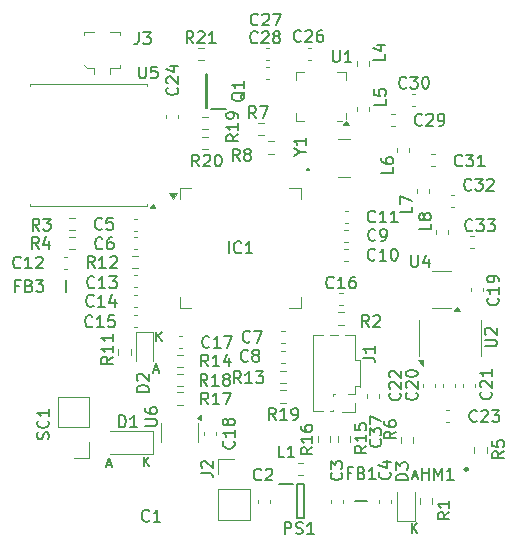
<source format=gbr>
%TF.GenerationSoftware,KiCad,Pcbnew,8.0.3*%
%TF.CreationDate,2025-04-12T20:53:01+02:00*%
%TF.ProjectId,picoballoon,7069636f-6261-46c6-9c6f-6f6e2e6b6963,rev?*%
%TF.SameCoordinates,Original*%
%TF.FileFunction,Legend,Top*%
%TF.FilePolarity,Positive*%
%FSLAX46Y46*%
G04 Gerber Fmt 4.6, Leading zero omitted, Abs format (unit mm)*
G04 Created by KiCad (PCBNEW 8.0.3) date 2025-04-12 20:53:01*
%MOMM*%
%LPD*%
G01*
G04 APERTURE LIST*
%ADD10C,0.150000*%
%ADD11C,0.155000*%
%ADD12C,0.120000*%
%ADD13C,0.200000*%
%ADD14C,0.250000*%
%ADD15C,0.100000*%
G04 APERTURE END LIST*
D10*
X131659160Y-112464295D02*
X131659160Y-111664295D01*
X132116303Y-112464295D02*
X131773445Y-112007152D01*
X132116303Y-111664295D02*
X131659160Y-112121438D01*
X153361064Y-123905723D02*
X153742017Y-123905723D01*
X153284874Y-124134295D02*
X153551541Y-123334295D01*
X153551541Y-123334295D02*
X153818207Y-124134295D01*
D11*
X127454353Y-122905463D02*
X127835306Y-122905463D01*
X127378163Y-123134035D02*
X127644830Y-122334035D01*
X127644830Y-122334035D02*
X127911496Y-123134035D01*
D10*
X153289160Y-128664295D02*
X153289160Y-127864295D01*
X153746303Y-128664295D02*
X153403445Y-128207152D01*
X153746303Y-127864295D02*
X153289160Y-128321438D01*
X131471064Y-114885723D02*
X131852017Y-114885723D01*
X131394874Y-115114295D02*
X131661541Y-114314295D01*
X131661541Y-114314295D02*
X131928207Y-115114295D01*
D11*
X130592449Y-123064035D02*
X130592449Y-122264035D01*
X131049592Y-123064035D02*
X130706734Y-122606892D01*
X131049592Y-122264035D02*
X130592449Y-122721178D01*
D10*
X149154819Y-113853333D02*
X149869104Y-113853333D01*
X149869104Y-113853333D02*
X150011961Y-113900952D01*
X150011961Y-113900952D02*
X150107200Y-113996190D01*
X150107200Y-113996190D02*
X150154819Y-114139047D01*
X150154819Y-114139047D02*
X150154819Y-114234285D01*
X150154819Y-112853333D02*
X150154819Y-113424761D01*
X150154819Y-113139047D02*
X149154819Y-113139047D01*
X149154819Y-113139047D02*
X149297676Y-113234285D01*
X149297676Y-113234285D02*
X149392914Y-113329523D01*
X149392914Y-113329523D02*
X149440533Y-113424761D01*
X131053333Y-127629580D02*
X131005714Y-127677200D01*
X131005714Y-127677200D02*
X130862857Y-127724819D01*
X130862857Y-127724819D02*
X130767619Y-127724819D01*
X130767619Y-127724819D02*
X130624762Y-127677200D01*
X130624762Y-127677200D02*
X130529524Y-127581961D01*
X130529524Y-127581961D02*
X130481905Y-127486723D01*
X130481905Y-127486723D02*
X130434286Y-127296247D01*
X130434286Y-127296247D02*
X130434286Y-127153390D01*
X130434286Y-127153390D02*
X130481905Y-126962914D01*
X130481905Y-126962914D02*
X130529524Y-126867676D01*
X130529524Y-126867676D02*
X130624762Y-126772438D01*
X130624762Y-126772438D02*
X130767619Y-126724819D01*
X130767619Y-126724819D02*
X130862857Y-126724819D01*
X130862857Y-126724819D02*
X131005714Y-126772438D01*
X131005714Y-126772438D02*
X131053333Y-126820057D01*
X132005714Y-127724819D02*
X131434286Y-127724819D01*
X131720000Y-127724819D02*
X131720000Y-126724819D01*
X131720000Y-126724819D02*
X131624762Y-126867676D01*
X131624762Y-126867676D02*
X131529524Y-126962914D01*
X131529524Y-126962914D02*
X131434286Y-127010533D01*
X139150057Y-91365238D02*
X139102438Y-91460476D01*
X139102438Y-91460476D02*
X139007200Y-91555714D01*
X139007200Y-91555714D02*
X138864342Y-91698571D01*
X138864342Y-91698571D02*
X138816723Y-91793809D01*
X138816723Y-91793809D02*
X138816723Y-91889047D01*
X139054819Y-91841428D02*
X139007200Y-91936666D01*
X139007200Y-91936666D02*
X138911961Y-92031904D01*
X138911961Y-92031904D02*
X138721485Y-92079523D01*
X138721485Y-92079523D02*
X138388152Y-92079523D01*
X138388152Y-92079523D02*
X138197676Y-92031904D01*
X138197676Y-92031904D02*
X138102438Y-91936666D01*
X138102438Y-91936666D02*
X138054819Y-91841428D01*
X138054819Y-91841428D02*
X138054819Y-91650952D01*
X138054819Y-91650952D02*
X138102438Y-91555714D01*
X138102438Y-91555714D02*
X138197676Y-91460476D01*
X138197676Y-91460476D02*
X138388152Y-91412857D01*
X138388152Y-91412857D02*
X138721485Y-91412857D01*
X138721485Y-91412857D02*
X138911961Y-91460476D01*
X138911961Y-91460476D02*
X139007200Y-91555714D01*
X139007200Y-91555714D02*
X139054819Y-91650952D01*
X139054819Y-91650952D02*
X139054819Y-91841428D01*
X139054819Y-90460476D02*
X139054819Y-91031904D01*
X139054819Y-90746190D02*
X138054819Y-90746190D01*
X138054819Y-90746190D02*
X138197676Y-90841428D01*
X138197676Y-90841428D02*
X138292914Y-90936666D01*
X138292914Y-90936666D02*
X138340533Y-91031904D01*
X135464819Y-123603333D02*
X136179104Y-123603333D01*
X136179104Y-123603333D02*
X136321961Y-123650952D01*
X136321961Y-123650952D02*
X136417200Y-123746190D01*
X136417200Y-123746190D02*
X136464819Y-123889047D01*
X136464819Y-123889047D02*
X136464819Y-123984285D01*
X135560057Y-123174761D02*
X135512438Y-123127142D01*
X135512438Y-123127142D02*
X135464819Y-123031904D01*
X135464819Y-123031904D02*
X135464819Y-122793809D01*
X135464819Y-122793809D02*
X135512438Y-122698571D01*
X135512438Y-122698571D02*
X135560057Y-122650952D01*
X135560057Y-122650952D02*
X135655295Y-122603333D01*
X135655295Y-122603333D02*
X135750533Y-122603333D01*
X135750533Y-122603333D02*
X135893390Y-122650952D01*
X135893390Y-122650952D02*
X136464819Y-123222380D01*
X136464819Y-123222380D02*
X136464819Y-122603333D01*
X134794642Y-87224819D02*
X134461309Y-86748628D01*
X134223214Y-87224819D02*
X134223214Y-86224819D01*
X134223214Y-86224819D02*
X134604166Y-86224819D01*
X134604166Y-86224819D02*
X134699404Y-86272438D01*
X134699404Y-86272438D02*
X134747023Y-86320057D01*
X134747023Y-86320057D02*
X134794642Y-86415295D01*
X134794642Y-86415295D02*
X134794642Y-86558152D01*
X134794642Y-86558152D02*
X134747023Y-86653390D01*
X134747023Y-86653390D02*
X134699404Y-86701009D01*
X134699404Y-86701009D02*
X134604166Y-86748628D01*
X134604166Y-86748628D02*
X134223214Y-86748628D01*
X135175595Y-86320057D02*
X135223214Y-86272438D01*
X135223214Y-86272438D02*
X135318452Y-86224819D01*
X135318452Y-86224819D02*
X135556547Y-86224819D01*
X135556547Y-86224819D02*
X135651785Y-86272438D01*
X135651785Y-86272438D02*
X135699404Y-86320057D01*
X135699404Y-86320057D02*
X135747023Y-86415295D01*
X135747023Y-86415295D02*
X135747023Y-86510533D01*
X135747023Y-86510533D02*
X135699404Y-86653390D01*
X135699404Y-86653390D02*
X135127976Y-87224819D01*
X135127976Y-87224819D02*
X135747023Y-87224819D01*
X136699404Y-87224819D02*
X136127976Y-87224819D01*
X136413690Y-87224819D02*
X136413690Y-86224819D01*
X136413690Y-86224819D02*
X136318452Y-86367676D01*
X136318452Y-86367676D02*
X136223214Y-86462914D01*
X136223214Y-86462914D02*
X136127976Y-86510533D01*
X135277142Y-97664819D02*
X134943809Y-97188628D01*
X134705714Y-97664819D02*
X134705714Y-96664819D01*
X134705714Y-96664819D02*
X135086666Y-96664819D01*
X135086666Y-96664819D02*
X135181904Y-96712438D01*
X135181904Y-96712438D02*
X135229523Y-96760057D01*
X135229523Y-96760057D02*
X135277142Y-96855295D01*
X135277142Y-96855295D02*
X135277142Y-96998152D01*
X135277142Y-96998152D02*
X135229523Y-97093390D01*
X135229523Y-97093390D02*
X135181904Y-97141009D01*
X135181904Y-97141009D02*
X135086666Y-97188628D01*
X135086666Y-97188628D02*
X134705714Y-97188628D01*
X135658095Y-96760057D02*
X135705714Y-96712438D01*
X135705714Y-96712438D02*
X135800952Y-96664819D01*
X135800952Y-96664819D02*
X136039047Y-96664819D01*
X136039047Y-96664819D02*
X136134285Y-96712438D01*
X136134285Y-96712438D02*
X136181904Y-96760057D01*
X136181904Y-96760057D02*
X136229523Y-96855295D01*
X136229523Y-96855295D02*
X136229523Y-96950533D01*
X136229523Y-96950533D02*
X136181904Y-97093390D01*
X136181904Y-97093390D02*
X135610476Y-97664819D01*
X135610476Y-97664819D02*
X136229523Y-97664819D01*
X136848571Y-96664819D02*
X136943809Y-96664819D01*
X136943809Y-96664819D02*
X137039047Y-96712438D01*
X137039047Y-96712438D02*
X137086666Y-96760057D01*
X137086666Y-96760057D02*
X137134285Y-96855295D01*
X137134285Y-96855295D02*
X137181904Y-97045771D01*
X137181904Y-97045771D02*
X137181904Y-97283866D01*
X137181904Y-97283866D02*
X137134285Y-97474342D01*
X137134285Y-97474342D02*
X137086666Y-97569580D01*
X137086666Y-97569580D02*
X137039047Y-97617200D01*
X137039047Y-97617200D02*
X136943809Y-97664819D01*
X136943809Y-97664819D02*
X136848571Y-97664819D01*
X136848571Y-97664819D02*
X136753333Y-97617200D01*
X136753333Y-97617200D02*
X136705714Y-97569580D01*
X136705714Y-97569580D02*
X136658095Y-97474342D01*
X136658095Y-97474342D02*
X136610476Y-97283866D01*
X136610476Y-97283866D02*
X136610476Y-97045771D01*
X136610476Y-97045771D02*
X136658095Y-96855295D01*
X136658095Y-96855295D02*
X136705714Y-96760057D01*
X136705714Y-96760057D02*
X136753333Y-96712438D01*
X136753333Y-96712438D02*
X136848571Y-96664819D01*
X138594819Y-94952857D02*
X138118628Y-95286190D01*
X138594819Y-95524285D02*
X137594819Y-95524285D01*
X137594819Y-95524285D02*
X137594819Y-95143333D01*
X137594819Y-95143333D02*
X137642438Y-95048095D01*
X137642438Y-95048095D02*
X137690057Y-95000476D01*
X137690057Y-95000476D02*
X137785295Y-94952857D01*
X137785295Y-94952857D02*
X137928152Y-94952857D01*
X137928152Y-94952857D02*
X138023390Y-95000476D01*
X138023390Y-95000476D02*
X138071009Y-95048095D01*
X138071009Y-95048095D02*
X138118628Y-95143333D01*
X138118628Y-95143333D02*
X138118628Y-95524285D01*
X138594819Y-94000476D02*
X138594819Y-94571904D01*
X138594819Y-94286190D02*
X137594819Y-94286190D01*
X137594819Y-94286190D02*
X137737676Y-94381428D01*
X137737676Y-94381428D02*
X137832914Y-94476666D01*
X137832914Y-94476666D02*
X137880533Y-94571904D01*
X138594819Y-93524285D02*
X138594819Y-93333809D01*
X138594819Y-93333809D02*
X138547200Y-93238571D01*
X138547200Y-93238571D02*
X138499580Y-93190952D01*
X138499580Y-93190952D02*
X138356723Y-93095714D01*
X138356723Y-93095714D02*
X138166247Y-93048095D01*
X138166247Y-93048095D02*
X137785295Y-93048095D01*
X137785295Y-93048095D02*
X137690057Y-93095714D01*
X137690057Y-93095714D02*
X137642438Y-93143333D01*
X137642438Y-93143333D02*
X137594819Y-93238571D01*
X137594819Y-93238571D02*
X137594819Y-93429047D01*
X137594819Y-93429047D02*
X137642438Y-93524285D01*
X137642438Y-93524285D02*
X137690057Y-93571904D01*
X137690057Y-93571904D02*
X137785295Y-93619523D01*
X137785295Y-93619523D02*
X138023390Y-93619523D01*
X138023390Y-93619523D02*
X138118628Y-93571904D01*
X138118628Y-93571904D02*
X138166247Y-93524285D01*
X138166247Y-93524285D02*
X138213866Y-93429047D01*
X138213866Y-93429047D02*
X138213866Y-93238571D01*
X138213866Y-93238571D02*
X138166247Y-93143333D01*
X138166247Y-93143333D02*
X138118628Y-93095714D01*
X138118628Y-93095714D02*
X138023390Y-93048095D01*
X130176666Y-86304819D02*
X130176666Y-87019104D01*
X130176666Y-87019104D02*
X130129047Y-87161961D01*
X130129047Y-87161961D02*
X130033809Y-87257200D01*
X130033809Y-87257200D02*
X129890952Y-87304819D01*
X129890952Y-87304819D02*
X129795714Y-87304819D01*
X130557619Y-86304819D02*
X131176666Y-86304819D01*
X131176666Y-86304819D02*
X130843333Y-86685771D01*
X130843333Y-86685771D02*
X130986190Y-86685771D01*
X130986190Y-86685771D02*
X131081428Y-86733390D01*
X131081428Y-86733390D02*
X131129047Y-86781009D01*
X131129047Y-86781009D02*
X131176666Y-86876247D01*
X131176666Y-86876247D02*
X131176666Y-87114342D01*
X131176666Y-87114342D02*
X131129047Y-87209580D01*
X131129047Y-87209580D02*
X131081428Y-87257200D01*
X131081428Y-87257200D02*
X130986190Y-87304819D01*
X130986190Y-87304819D02*
X130700476Y-87304819D01*
X130700476Y-87304819D02*
X130605238Y-87257200D01*
X130605238Y-87257200D02*
X130557619Y-87209580D01*
X151944819Y-120106666D02*
X151468628Y-120439999D01*
X151944819Y-120678094D02*
X150944819Y-120678094D01*
X150944819Y-120678094D02*
X150944819Y-120297142D01*
X150944819Y-120297142D02*
X150992438Y-120201904D01*
X150992438Y-120201904D02*
X151040057Y-120154285D01*
X151040057Y-120154285D02*
X151135295Y-120106666D01*
X151135295Y-120106666D02*
X151278152Y-120106666D01*
X151278152Y-120106666D02*
X151373390Y-120154285D01*
X151373390Y-120154285D02*
X151421009Y-120201904D01*
X151421009Y-120201904D02*
X151468628Y-120297142D01*
X151468628Y-120297142D02*
X151468628Y-120678094D01*
X150944819Y-119249523D02*
X150944819Y-119439999D01*
X150944819Y-119439999D02*
X150992438Y-119535237D01*
X150992438Y-119535237D02*
X151040057Y-119582856D01*
X151040057Y-119582856D02*
X151182914Y-119678094D01*
X151182914Y-119678094D02*
X151373390Y-119725713D01*
X151373390Y-119725713D02*
X151754342Y-119725713D01*
X151754342Y-119725713D02*
X151849580Y-119678094D01*
X151849580Y-119678094D02*
X151897200Y-119630475D01*
X151897200Y-119630475D02*
X151944819Y-119535237D01*
X151944819Y-119535237D02*
X151944819Y-119344761D01*
X151944819Y-119344761D02*
X151897200Y-119249523D01*
X151897200Y-119249523D02*
X151849580Y-119201904D01*
X151849580Y-119201904D02*
X151754342Y-119154285D01*
X151754342Y-119154285D02*
X151516247Y-119154285D01*
X151516247Y-119154285D02*
X151421009Y-119201904D01*
X151421009Y-119201904D02*
X151373390Y-119249523D01*
X151373390Y-119249523D02*
X151325771Y-119344761D01*
X151325771Y-119344761D02*
X151325771Y-119535237D01*
X151325771Y-119535237D02*
X151373390Y-119630475D01*
X151373390Y-119630475D02*
X151421009Y-119678094D01*
X151421009Y-119678094D02*
X151516247Y-119725713D01*
X122527200Y-120751904D02*
X122574819Y-120609047D01*
X122574819Y-120609047D02*
X122574819Y-120370952D01*
X122574819Y-120370952D02*
X122527200Y-120275714D01*
X122527200Y-120275714D02*
X122479580Y-120228095D01*
X122479580Y-120228095D02*
X122384342Y-120180476D01*
X122384342Y-120180476D02*
X122289104Y-120180476D01*
X122289104Y-120180476D02*
X122193866Y-120228095D01*
X122193866Y-120228095D02*
X122146247Y-120275714D01*
X122146247Y-120275714D02*
X122098628Y-120370952D01*
X122098628Y-120370952D02*
X122051009Y-120561428D01*
X122051009Y-120561428D02*
X122003390Y-120656666D01*
X122003390Y-120656666D02*
X121955771Y-120704285D01*
X121955771Y-120704285D02*
X121860533Y-120751904D01*
X121860533Y-120751904D02*
X121765295Y-120751904D01*
X121765295Y-120751904D02*
X121670057Y-120704285D01*
X121670057Y-120704285D02*
X121622438Y-120656666D01*
X121622438Y-120656666D02*
X121574819Y-120561428D01*
X121574819Y-120561428D02*
X121574819Y-120323333D01*
X121574819Y-120323333D02*
X121622438Y-120180476D01*
X122479580Y-119180476D02*
X122527200Y-119228095D01*
X122527200Y-119228095D02*
X122574819Y-119370952D01*
X122574819Y-119370952D02*
X122574819Y-119466190D01*
X122574819Y-119466190D02*
X122527200Y-119609047D01*
X122527200Y-119609047D02*
X122431961Y-119704285D01*
X122431961Y-119704285D02*
X122336723Y-119751904D01*
X122336723Y-119751904D02*
X122146247Y-119799523D01*
X122146247Y-119799523D02*
X122003390Y-119799523D01*
X122003390Y-119799523D02*
X121812914Y-119751904D01*
X121812914Y-119751904D02*
X121717676Y-119704285D01*
X121717676Y-119704285D02*
X121622438Y-119609047D01*
X121622438Y-119609047D02*
X121574819Y-119466190D01*
X121574819Y-119466190D02*
X121574819Y-119370952D01*
X121574819Y-119370952D02*
X121622438Y-119228095D01*
X121622438Y-119228095D02*
X121670057Y-119180476D01*
X122574819Y-118228095D02*
X122574819Y-118799523D01*
X122574819Y-118513809D02*
X121574819Y-118513809D01*
X121574819Y-118513809D02*
X121717676Y-118609047D01*
X121717676Y-118609047D02*
X121812914Y-118704285D01*
X121812914Y-118704285D02*
X121860533Y-118799523D01*
X149454819Y-121322857D02*
X148978628Y-121656190D01*
X149454819Y-121894285D02*
X148454819Y-121894285D01*
X148454819Y-121894285D02*
X148454819Y-121513333D01*
X148454819Y-121513333D02*
X148502438Y-121418095D01*
X148502438Y-121418095D02*
X148550057Y-121370476D01*
X148550057Y-121370476D02*
X148645295Y-121322857D01*
X148645295Y-121322857D02*
X148788152Y-121322857D01*
X148788152Y-121322857D02*
X148883390Y-121370476D01*
X148883390Y-121370476D02*
X148931009Y-121418095D01*
X148931009Y-121418095D02*
X148978628Y-121513333D01*
X148978628Y-121513333D02*
X148978628Y-121894285D01*
X149454819Y-120370476D02*
X149454819Y-120941904D01*
X149454819Y-120656190D02*
X148454819Y-120656190D01*
X148454819Y-120656190D02*
X148597676Y-120751428D01*
X148597676Y-120751428D02*
X148692914Y-120846666D01*
X148692914Y-120846666D02*
X148740533Y-120941904D01*
X148454819Y-119465714D02*
X148454819Y-119941904D01*
X148454819Y-119941904D02*
X148931009Y-119989523D01*
X148931009Y-119989523D02*
X148883390Y-119941904D01*
X148883390Y-119941904D02*
X148835771Y-119846666D01*
X148835771Y-119846666D02*
X148835771Y-119608571D01*
X148835771Y-119608571D02*
X148883390Y-119513333D01*
X148883390Y-119513333D02*
X148931009Y-119465714D01*
X148931009Y-119465714D02*
X149026247Y-119418095D01*
X149026247Y-119418095D02*
X149264342Y-119418095D01*
X149264342Y-119418095D02*
X149359580Y-119465714D01*
X149359580Y-119465714D02*
X149407200Y-119513333D01*
X149407200Y-119513333D02*
X149454819Y-119608571D01*
X149454819Y-119608571D02*
X149454819Y-119846666D01*
X149454819Y-119846666D02*
X149407200Y-119941904D01*
X149407200Y-119941904D02*
X149359580Y-119989523D01*
X150619580Y-120772857D02*
X150667200Y-120820476D01*
X150667200Y-120820476D02*
X150714819Y-120963333D01*
X150714819Y-120963333D02*
X150714819Y-121058571D01*
X150714819Y-121058571D02*
X150667200Y-121201428D01*
X150667200Y-121201428D02*
X150571961Y-121296666D01*
X150571961Y-121296666D02*
X150476723Y-121344285D01*
X150476723Y-121344285D02*
X150286247Y-121391904D01*
X150286247Y-121391904D02*
X150143390Y-121391904D01*
X150143390Y-121391904D02*
X149952914Y-121344285D01*
X149952914Y-121344285D02*
X149857676Y-121296666D01*
X149857676Y-121296666D02*
X149762438Y-121201428D01*
X149762438Y-121201428D02*
X149714819Y-121058571D01*
X149714819Y-121058571D02*
X149714819Y-120963333D01*
X149714819Y-120963333D02*
X149762438Y-120820476D01*
X149762438Y-120820476D02*
X149810057Y-120772857D01*
X149714819Y-120439523D02*
X149714819Y-119820476D01*
X149714819Y-119820476D02*
X150095771Y-120153809D01*
X150095771Y-120153809D02*
X150095771Y-120010952D01*
X150095771Y-120010952D02*
X150143390Y-119915714D01*
X150143390Y-119915714D02*
X150191009Y-119868095D01*
X150191009Y-119868095D02*
X150286247Y-119820476D01*
X150286247Y-119820476D02*
X150524342Y-119820476D01*
X150524342Y-119820476D02*
X150619580Y-119868095D01*
X150619580Y-119868095D02*
X150667200Y-119915714D01*
X150667200Y-119915714D02*
X150714819Y-120010952D01*
X150714819Y-120010952D02*
X150714819Y-120296666D01*
X150714819Y-120296666D02*
X150667200Y-120391904D01*
X150667200Y-120391904D02*
X150619580Y-120439523D01*
X149714819Y-119487142D02*
X149714819Y-118820476D01*
X149714819Y-118820476D02*
X150714819Y-119249047D01*
X153238095Y-105174819D02*
X153238095Y-105984342D01*
X153238095Y-105984342D02*
X153285714Y-106079580D01*
X153285714Y-106079580D02*
X153333333Y-106127200D01*
X153333333Y-106127200D02*
X153428571Y-106174819D01*
X153428571Y-106174819D02*
X153619047Y-106174819D01*
X153619047Y-106174819D02*
X153714285Y-106127200D01*
X153714285Y-106127200D02*
X153761904Y-106079580D01*
X153761904Y-106079580D02*
X153809523Y-105984342D01*
X153809523Y-105984342D02*
X153809523Y-105174819D01*
X154714285Y-105508152D02*
X154714285Y-106174819D01*
X154476190Y-105127200D02*
X154238095Y-105841485D01*
X154238095Y-105841485D02*
X154857142Y-105841485D01*
X139583333Y-112479580D02*
X139535714Y-112527200D01*
X139535714Y-112527200D02*
X139392857Y-112574819D01*
X139392857Y-112574819D02*
X139297619Y-112574819D01*
X139297619Y-112574819D02*
X139154762Y-112527200D01*
X139154762Y-112527200D02*
X139059524Y-112431961D01*
X139059524Y-112431961D02*
X139011905Y-112336723D01*
X139011905Y-112336723D02*
X138964286Y-112146247D01*
X138964286Y-112146247D02*
X138964286Y-112003390D01*
X138964286Y-112003390D02*
X139011905Y-111812914D01*
X139011905Y-111812914D02*
X139059524Y-111717676D01*
X139059524Y-111717676D02*
X139154762Y-111622438D01*
X139154762Y-111622438D02*
X139297619Y-111574819D01*
X139297619Y-111574819D02*
X139392857Y-111574819D01*
X139392857Y-111574819D02*
X139535714Y-111622438D01*
X139535714Y-111622438D02*
X139583333Y-111670057D01*
X139916667Y-111574819D02*
X140583333Y-111574819D01*
X140583333Y-111574819D02*
X140154762Y-112574819D01*
X142535714Y-128784819D02*
X142535714Y-127784819D01*
X142535714Y-127784819D02*
X142916666Y-127784819D01*
X142916666Y-127784819D02*
X143011904Y-127832438D01*
X143011904Y-127832438D02*
X143059523Y-127880057D01*
X143059523Y-127880057D02*
X143107142Y-127975295D01*
X143107142Y-127975295D02*
X143107142Y-128118152D01*
X143107142Y-128118152D02*
X143059523Y-128213390D01*
X143059523Y-128213390D02*
X143011904Y-128261009D01*
X143011904Y-128261009D02*
X142916666Y-128308628D01*
X142916666Y-128308628D02*
X142535714Y-128308628D01*
X143488095Y-128737200D02*
X143630952Y-128784819D01*
X143630952Y-128784819D02*
X143869047Y-128784819D01*
X143869047Y-128784819D02*
X143964285Y-128737200D01*
X143964285Y-128737200D02*
X144011904Y-128689580D01*
X144011904Y-128689580D02*
X144059523Y-128594342D01*
X144059523Y-128594342D02*
X144059523Y-128499104D01*
X144059523Y-128499104D02*
X144011904Y-128403866D01*
X144011904Y-128403866D02*
X143964285Y-128356247D01*
X143964285Y-128356247D02*
X143869047Y-128308628D01*
X143869047Y-128308628D02*
X143678571Y-128261009D01*
X143678571Y-128261009D02*
X143583333Y-128213390D01*
X143583333Y-128213390D02*
X143535714Y-128165771D01*
X143535714Y-128165771D02*
X143488095Y-128070533D01*
X143488095Y-128070533D02*
X143488095Y-127975295D01*
X143488095Y-127975295D02*
X143535714Y-127880057D01*
X143535714Y-127880057D02*
X143583333Y-127832438D01*
X143583333Y-127832438D02*
X143678571Y-127784819D01*
X143678571Y-127784819D02*
X143916666Y-127784819D01*
X143916666Y-127784819D02*
X144059523Y-127832438D01*
X145011904Y-128784819D02*
X144440476Y-128784819D01*
X144726190Y-128784819D02*
X144726190Y-127784819D01*
X144726190Y-127784819D02*
X144630952Y-127927676D01*
X144630952Y-127927676D02*
X144535714Y-128022914D01*
X144535714Y-128022914D02*
X144440476Y-128070533D01*
X159979580Y-116742857D02*
X160027200Y-116790476D01*
X160027200Y-116790476D02*
X160074819Y-116933333D01*
X160074819Y-116933333D02*
X160074819Y-117028571D01*
X160074819Y-117028571D02*
X160027200Y-117171428D01*
X160027200Y-117171428D02*
X159931961Y-117266666D01*
X159931961Y-117266666D02*
X159836723Y-117314285D01*
X159836723Y-117314285D02*
X159646247Y-117361904D01*
X159646247Y-117361904D02*
X159503390Y-117361904D01*
X159503390Y-117361904D02*
X159312914Y-117314285D01*
X159312914Y-117314285D02*
X159217676Y-117266666D01*
X159217676Y-117266666D02*
X159122438Y-117171428D01*
X159122438Y-117171428D02*
X159074819Y-117028571D01*
X159074819Y-117028571D02*
X159074819Y-116933333D01*
X159074819Y-116933333D02*
X159122438Y-116790476D01*
X159122438Y-116790476D02*
X159170057Y-116742857D01*
X159170057Y-116361904D02*
X159122438Y-116314285D01*
X159122438Y-116314285D02*
X159074819Y-116219047D01*
X159074819Y-116219047D02*
X159074819Y-115980952D01*
X159074819Y-115980952D02*
X159122438Y-115885714D01*
X159122438Y-115885714D02*
X159170057Y-115838095D01*
X159170057Y-115838095D02*
X159265295Y-115790476D01*
X159265295Y-115790476D02*
X159360533Y-115790476D01*
X159360533Y-115790476D02*
X159503390Y-115838095D01*
X159503390Y-115838095D02*
X160074819Y-116409523D01*
X160074819Y-116409523D02*
X160074819Y-115790476D01*
X160074819Y-114838095D02*
X160074819Y-115409523D01*
X160074819Y-115123809D02*
X159074819Y-115123809D01*
X159074819Y-115123809D02*
X159217676Y-115219047D01*
X159217676Y-115219047D02*
X159312914Y-115314285D01*
X159312914Y-115314285D02*
X159360533Y-115409523D01*
X160559580Y-108802857D02*
X160607200Y-108850476D01*
X160607200Y-108850476D02*
X160654819Y-108993333D01*
X160654819Y-108993333D02*
X160654819Y-109088571D01*
X160654819Y-109088571D02*
X160607200Y-109231428D01*
X160607200Y-109231428D02*
X160511961Y-109326666D01*
X160511961Y-109326666D02*
X160416723Y-109374285D01*
X160416723Y-109374285D02*
X160226247Y-109421904D01*
X160226247Y-109421904D02*
X160083390Y-109421904D01*
X160083390Y-109421904D02*
X159892914Y-109374285D01*
X159892914Y-109374285D02*
X159797676Y-109326666D01*
X159797676Y-109326666D02*
X159702438Y-109231428D01*
X159702438Y-109231428D02*
X159654819Y-109088571D01*
X159654819Y-109088571D02*
X159654819Y-108993333D01*
X159654819Y-108993333D02*
X159702438Y-108850476D01*
X159702438Y-108850476D02*
X159750057Y-108802857D01*
X160654819Y-107850476D02*
X160654819Y-108421904D01*
X160654819Y-108136190D02*
X159654819Y-108136190D01*
X159654819Y-108136190D02*
X159797676Y-108231428D01*
X159797676Y-108231428D02*
X159892914Y-108326666D01*
X159892914Y-108326666D02*
X159940533Y-108421904D01*
X160654819Y-107374285D02*
X160654819Y-107183809D01*
X160654819Y-107183809D02*
X160607200Y-107088571D01*
X160607200Y-107088571D02*
X160559580Y-107040952D01*
X160559580Y-107040952D02*
X160416723Y-106945714D01*
X160416723Y-106945714D02*
X160226247Y-106898095D01*
X160226247Y-106898095D02*
X159845295Y-106898095D01*
X159845295Y-106898095D02*
X159750057Y-106945714D01*
X159750057Y-106945714D02*
X159702438Y-106993333D01*
X159702438Y-106993333D02*
X159654819Y-107088571D01*
X159654819Y-107088571D02*
X159654819Y-107279047D01*
X159654819Y-107279047D02*
X159702438Y-107374285D01*
X159702438Y-107374285D02*
X159750057Y-107421904D01*
X159750057Y-107421904D02*
X159845295Y-107469523D01*
X159845295Y-107469523D02*
X160083390Y-107469523D01*
X160083390Y-107469523D02*
X160178628Y-107421904D01*
X160178628Y-107421904D02*
X160226247Y-107374285D01*
X160226247Y-107374285D02*
X160273866Y-107279047D01*
X160273866Y-107279047D02*
X160273866Y-107088571D01*
X160273866Y-107088571D02*
X160226247Y-106993333D01*
X160226247Y-106993333D02*
X160178628Y-106945714D01*
X160178628Y-106945714D02*
X160083390Y-106898095D01*
X136047142Y-114584819D02*
X135713809Y-114108628D01*
X135475714Y-114584819D02*
X135475714Y-113584819D01*
X135475714Y-113584819D02*
X135856666Y-113584819D01*
X135856666Y-113584819D02*
X135951904Y-113632438D01*
X135951904Y-113632438D02*
X135999523Y-113680057D01*
X135999523Y-113680057D02*
X136047142Y-113775295D01*
X136047142Y-113775295D02*
X136047142Y-113918152D01*
X136047142Y-113918152D02*
X135999523Y-114013390D01*
X135999523Y-114013390D02*
X135951904Y-114061009D01*
X135951904Y-114061009D02*
X135856666Y-114108628D01*
X135856666Y-114108628D02*
X135475714Y-114108628D01*
X136999523Y-114584819D02*
X136428095Y-114584819D01*
X136713809Y-114584819D02*
X136713809Y-113584819D01*
X136713809Y-113584819D02*
X136618571Y-113727676D01*
X136618571Y-113727676D02*
X136523333Y-113822914D01*
X136523333Y-113822914D02*
X136428095Y-113870533D01*
X137856666Y-113918152D02*
X137856666Y-114584819D01*
X137618571Y-113537200D02*
X137380476Y-114251485D01*
X137380476Y-114251485D02*
X137999523Y-114251485D01*
X153689580Y-116802857D02*
X153737200Y-116850476D01*
X153737200Y-116850476D02*
X153784819Y-116993333D01*
X153784819Y-116993333D02*
X153784819Y-117088571D01*
X153784819Y-117088571D02*
X153737200Y-117231428D01*
X153737200Y-117231428D02*
X153641961Y-117326666D01*
X153641961Y-117326666D02*
X153546723Y-117374285D01*
X153546723Y-117374285D02*
X153356247Y-117421904D01*
X153356247Y-117421904D02*
X153213390Y-117421904D01*
X153213390Y-117421904D02*
X153022914Y-117374285D01*
X153022914Y-117374285D02*
X152927676Y-117326666D01*
X152927676Y-117326666D02*
X152832438Y-117231428D01*
X152832438Y-117231428D02*
X152784819Y-117088571D01*
X152784819Y-117088571D02*
X152784819Y-116993333D01*
X152784819Y-116993333D02*
X152832438Y-116850476D01*
X152832438Y-116850476D02*
X152880057Y-116802857D01*
X152880057Y-116421904D02*
X152832438Y-116374285D01*
X152832438Y-116374285D02*
X152784819Y-116279047D01*
X152784819Y-116279047D02*
X152784819Y-116040952D01*
X152784819Y-116040952D02*
X152832438Y-115945714D01*
X152832438Y-115945714D02*
X152880057Y-115898095D01*
X152880057Y-115898095D02*
X152975295Y-115850476D01*
X152975295Y-115850476D02*
X153070533Y-115850476D01*
X153070533Y-115850476D02*
X153213390Y-115898095D01*
X153213390Y-115898095D02*
X153784819Y-116469523D01*
X153784819Y-116469523D02*
X153784819Y-115850476D01*
X152784819Y-115231428D02*
X152784819Y-115136190D01*
X152784819Y-115136190D02*
X152832438Y-115040952D01*
X152832438Y-115040952D02*
X152880057Y-114993333D01*
X152880057Y-114993333D02*
X152975295Y-114945714D01*
X152975295Y-114945714D02*
X153165771Y-114898095D01*
X153165771Y-114898095D02*
X153403866Y-114898095D01*
X153403866Y-114898095D02*
X153594342Y-114945714D01*
X153594342Y-114945714D02*
X153689580Y-114993333D01*
X153689580Y-114993333D02*
X153737200Y-115040952D01*
X153737200Y-115040952D02*
X153784819Y-115136190D01*
X153784819Y-115136190D02*
X153784819Y-115231428D01*
X153784819Y-115231428D02*
X153737200Y-115326666D01*
X153737200Y-115326666D02*
X153689580Y-115374285D01*
X153689580Y-115374285D02*
X153594342Y-115421904D01*
X153594342Y-115421904D02*
X153403866Y-115469523D01*
X153403866Y-115469523D02*
X153165771Y-115469523D01*
X153165771Y-115469523D02*
X152975295Y-115421904D01*
X152975295Y-115421904D02*
X152880057Y-115374285D01*
X152880057Y-115374285D02*
X152832438Y-115326666D01*
X152832438Y-115326666D02*
X152784819Y-115231428D01*
X150189642Y-102299580D02*
X150142023Y-102347200D01*
X150142023Y-102347200D02*
X149999166Y-102394819D01*
X149999166Y-102394819D02*
X149903928Y-102394819D01*
X149903928Y-102394819D02*
X149761071Y-102347200D01*
X149761071Y-102347200D02*
X149665833Y-102251961D01*
X149665833Y-102251961D02*
X149618214Y-102156723D01*
X149618214Y-102156723D02*
X149570595Y-101966247D01*
X149570595Y-101966247D02*
X149570595Y-101823390D01*
X149570595Y-101823390D02*
X149618214Y-101632914D01*
X149618214Y-101632914D02*
X149665833Y-101537676D01*
X149665833Y-101537676D02*
X149761071Y-101442438D01*
X149761071Y-101442438D02*
X149903928Y-101394819D01*
X149903928Y-101394819D02*
X149999166Y-101394819D01*
X149999166Y-101394819D02*
X150142023Y-101442438D01*
X150142023Y-101442438D02*
X150189642Y-101490057D01*
X151142023Y-102394819D02*
X150570595Y-102394819D01*
X150856309Y-102394819D02*
X150856309Y-101394819D01*
X150856309Y-101394819D02*
X150761071Y-101537676D01*
X150761071Y-101537676D02*
X150665833Y-101632914D01*
X150665833Y-101632914D02*
X150570595Y-101680533D01*
X152094404Y-102394819D02*
X151522976Y-102394819D01*
X151808690Y-102394819D02*
X151808690Y-101394819D01*
X151808690Y-101394819D02*
X151713452Y-101537676D01*
X151713452Y-101537676D02*
X151618214Y-101632914D01*
X151618214Y-101632914D02*
X151522976Y-101680533D01*
X152944819Y-124238094D02*
X151944819Y-124238094D01*
X151944819Y-124238094D02*
X151944819Y-123999999D01*
X151944819Y-123999999D02*
X151992438Y-123857142D01*
X151992438Y-123857142D02*
X152087676Y-123761904D01*
X152087676Y-123761904D02*
X152182914Y-123714285D01*
X152182914Y-123714285D02*
X152373390Y-123666666D01*
X152373390Y-123666666D02*
X152516247Y-123666666D01*
X152516247Y-123666666D02*
X152706723Y-123714285D01*
X152706723Y-123714285D02*
X152801961Y-123761904D01*
X152801961Y-123761904D02*
X152897200Y-123857142D01*
X152897200Y-123857142D02*
X152944819Y-123999999D01*
X152944819Y-123999999D02*
X152944819Y-124238094D01*
X151944819Y-123333332D02*
X151944819Y-122714285D01*
X151944819Y-122714285D02*
X152325771Y-123047618D01*
X152325771Y-123047618D02*
X152325771Y-122904761D01*
X152325771Y-122904761D02*
X152373390Y-122809523D01*
X152373390Y-122809523D02*
X152421009Y-122761904D01*
X152421009Y-122761904D02*
X152516247Y-122714285D01*
X152516247Y-122714285D02*
X152754342Y-122714285D01*
X152754342Y-122714285D02*
X152849580Y-122761904D01*
X152849580Y-122761904D02*
X152897200Y-122809523D01*
X152897200Y-122809523D02*
X152944819Y-122904761D01*
X152944819Y-122904761D02*
X152944819Y-123190475D01*
X152944819Y-123190475D02*
X152897200Y-123285713D01*
X152897200Y-123285713D02*
X152849580Y-123333332D01*
X126437142Y-106254819D02*
X126103809Y-105778628D01*
X125865714Y-106254819D02*
X125865714Y-105254819D01*
X125865714Y-105254819D02*
X126246666Y-105254819D01*
X126246666Y-105254819D02*
X126341904Y-105302438D01*
X126341904Y-105302438D02*
X126389523Y-105350057D01*
X126389523Y-105350057D02*
X126437142Y-105445295D01*
X126437142Y-105445295D02*
X126437142Y-105588152D01*
X126437142Y-105588152D02*
X126389523Y-105683390D01*
X126389523Y-105683390D02*
X126341904Y-105731009D01*
X126341904Y-105731009D02*
X126246666Y-105778628D01*
X126246666Y-105778628D02*
X125865714Y-105778628D01*
X127389523Y-106254819D02*
X126818095Y-106254819D01*
X127103809Y-106254819D02*
X127103809Y-105254819D01*
X127103809Y-105254819D02*
X127008571Y-105397676D01*
X127008571Y-105397676D02*
X126913333Y-105492914D01*
X126913333Y-105492914D02*
X126818095Y-105540533D01*
X127770476Y-105350057D02*
X127818095Y-105302438D01*
X127818095Y-105302438D02*
X127913333Y-105254819D01*
X127913333Y-105254819D02*
X128151428Y-105254819D01*
X128151428Y-105254819D02*
X128246666Y-105302438D01*
X128246666Y-105302438D02*
X128294285Y-105350057D01*
X128294285Y-105350057D02*
X128341904Y-105445295D01*
X128341904Y-105445295D02*
X128341904Y-105540533D01*
X128341904Y-105540533D02*
X128294285Y-105683390D01*
X128294285Y-105683390D02*
X127722857Y-106254819D01*
X127722857Y-106254819D02*
X128341904Y-106254819D01*
X127994819Y-113782857D02*
X127518628Y-114116190D01*
X127994819Y-114354285D02*
X126994819Y-114354285D01*
X126994819Y-114354285D02*
X126994819Y-113973333D01*
X126994819Y-113973333D02*
X127042438Y-113878095D01*
X127042438Y-113878095D02*
X127090057Y-113830476D01*
X127090057Y-113830476D02*
X127185295Y-113782857D01*
X127185295Y-113782857D02*
X127328152Y-113782857D01*
X127328152Y-113782857D02*
X127423390Y-113830476D01*
X127423390Y-113830476D02*
X127471009Y-113878095D01*
X127471009Y-113878095D02*
X127518628Y-113973333D01*
X127518628Y-113973333D02*
X127518628Y-114354285D01*
X127994819Y-112830476D02*
X127994819Y-113401904D01*
X127994819Y-113116190D02*
X126994819Y-113116190D01*
X126994819Y-113116190D02*
X127137676Y-113211428D01*
X127137676Y-113211428D02*
X127232914Y-113306666D01*
X127232914Y-113306666D02*
X127280533Y-113401904D01*
X127994819Y-111878095D02*
X127994819Y-112449523D01*
X127994819Y-112163809D02*
X126994819Y-112163809D01*
X126994819Y-112163809D02*
X127137676Y-112259047D01*
X127137676Y-112259047D02*
X127232914Y-112354285D01*
X127232914Y-112354285D02*
X127280533Y-112449523D01*
X133422080Y-90992857D02*
X133469700Y-91040476D01*
X133469700Y-91040476D02*
X133517319Y-91183333D01*
X133517319Y-91183333D02*
X133517319Y-91278571D01*
X133517319Y-91278571D02*
X133469700Y-91421428D01*
X133469700Y-91421428D02*
X133374461Y-91516666D01*
X133374461Y-91516666D02*
X133279223Y-91564285D01*
X133279223Y-91564285D02*
X133088747Y-91611904D01*
X133088747Y-91611904D02*
X132945890Y-91611904D01*
X132945890Y-91611904D02*
X132755414Y-91564285D01*
X132755414Y-91564285D02*
X132660176Y-91516666D01*
X132660176Y-91516666D02*
X132564938Y-91421428D01*
X132564938Y-91421428D02*
X132517319Y-91278571D01*
X132517319Y-91278571D02*
X132517319Y-91183333D01*
X132517319Y-91183333D02*
X132564938Y-91040476D01*
X132564938Y-91040476D02*
X132612557Y-90992857D01*
X132612557Y-90611904D02*
X132564938Y-90564285D01*
X132564938Y-90564285D02*
X132517319Y-90469047D01*
X132517319Y-90469047D02*
X132517319Y-90230952D01*
X132517319Y-90230952D02*
X132564938Y-90135714D01*
X132564938Y-90135714D02*
X132612557Y-90088095D01*
X132612557Y-90088095D02*
X132707795Y-90040476D01*
X132707795Y-90040476D02*
X132803033Y-90040476D01*
X132803033Y-90040476D02*
X132945890Y-90088095D01*
X132945890Y-90088095D02*
X133517319Y-90659523D01*
X133517319Y-90659523D02*
X133517319Y-90040476D01*
X132850652Y-89183333D02*
X133517319Y-89183333D01*
X132469700Y-89421428D02*
X133183985Y-89659523D01*
X133183985Y-89659523D02*
X133183985Y-89040476D01*
X138199580Y-120922857D02*
X138247200Y-120970476D01*
X138247200Y-120970476D02*
X138294819Y-121113333D01*
X138294819Y-121113333D02*
X138294819Y-121208571D01*
X138294819Y-121208571D02*
X138247200Y-121351428D01*
X138247200Y-121351428D02*
X138151961Y-121446666D01*
X138151961Y-121446666D02*
X138056723Y-121494285D01*
X138056723Y-121494285D02*
X137866247Y-121541904D01*
X137866247Y-121541904D02*
X137723390Y-121541904D01*
X137723390Y-121541904D02*
X137532914Y-121494285D01*
X137532914Y-121494285D02*
X137437676Y-121446666D01*
X137437676Y-121446666D02*
X137342438Y-121351428D01*
X137342438Y-121351428D02*
X137294819Y-121208571D01*
X137294819Y-121208571D02*
X137294819Y-121113333D01*
X137294819Y-121113333D02*
X137342438Y-120970476D01*
X137342438Y-120970476D02*
X137390057Y-120922857D01*
X138294819Y-119970476D02*
X138294819Y-120541904D01*
X138294819Y-120256190D02*
X137294819Y-120256190D01*
X137294819Y-120256190D02*
X137437676Y-120351428D01*
X137437676Y-120351428D02*
X137532914Y-120446666D01*
X137532914Y-120446666D02*
X137580533Y-120541904D01*
X137723390Y-119399047D02*
X137675771Y-119494285D01*
X137675771Y-119494285D02*
X137628152Y-119541904D01*
X137628152Y-119541904D02*
X137532914Y-119589523D01*
X137532914Y-119589523D02*
X137485295Y-119589523D01*
X137485295Y-119589523D02*
X137390057Y-119541904D01*
X137390057Y-119541904D02*
X137342438Y-119494285D01*
X137342438Y-119494285D02*
X137294819Y-119399047D01*
X137294819Y-119399047D02*
X137294819Y-119208571D01*
X137294819Y-119208571D02*
X137342438Y-119113333D01*
X137342438Y-119113333D02*
X137390057Y-119065714D01*
X137390057Y-119065714D02*
X137485295Y-119018095D01*
X137485295Y-119018095D02*
X137532914Y-119018095D01*
X137532914Y-119018095D02*
X137628152Y-119065714D01*
X137628152Y-119065714D02*
X137675771Y-119113333D01*
X137675771Y-119113333D02*
X137723390Y-119208571D01*
X137723390Y-119208571D02*
X137723390Y-119399047D01*
X137723390Y-119399047D02*
X137771009Y-119494285D01*
X137771009Y-119494285D02*
X137818628Y-119541904D01*
X137818628Y-119541904D02*
X137913866Y-119589523D01*
X137913866Y-119589523D02*
X138104342Y-119589523D01*
X138104342Y-119589523D02*
X138199580Y-119541904D01*
X138199580Y-119541904D02*
X138247200Y-119494285D01*
X138247200Y-119494285D02*
X138294819Y-119399047D01*
X138294819Y-119399047D02*
X138294819Y-119208571D01*
X138294819Y-119208571D02*
X138247200Y-119113333D01*
X138247200Y-119113333D02*
X138199580Y-119065714D01*
X138199580Y-119065714D02*
X138104342Y-119018095D01*
X138104342Y-119018095D02*
X137913866Y-119018095D01*
X137913866Y-119018095D02*
X137818628Y-119065714D01*
X137818628Y-119065714D02*
X137771009Y-119113333D01*
X137771009Y-119113333D02*
X137723390Y-119208571D01*
X141767142Y-119114819D02*
X141433809Y-118638628D01*
X141195714Y-119114819D02*
X141195714Y-118114819D01*
X141195714Y-118114819D02*
X141576666Y-118114819D01*
X141576666Y-118114819D02*
X141671904Y-118162438D01*
X141671904Y-118162438D02*
X141719523Y-118210057D01*
X141719523Y-118210057D02*
X141767142Y-118305295D01*
X141767142Y-118305295D02*
X141767142Y-118448152D01*
X141767142Y-118448152D02*
X141719523Y-118543390D01*
X141719523Y-118543390D02*
X141671904Y-118591009D01*
X141671904Y-118591009D02*
X141576666Y-118638628D01*
X141576666Y-118638628D02*
X141195714Y-118638628D01*
X142719523Y-119114819D02*
X142148095Y-119114819D01*
X142433809Y-119114819D02*
X142433809Y-118114819D01*
X142433809Y-118114819D02*
X142338571Y-118257676D01*
X142338571Y-118257676D02*
X142243333Y-118352914D01*
X142243333Y-118352914D02*
X142148095Y-118400533D01*
X143195714Y-119114819D02*
X143386190Y-119114819D01*
X143386190Y-119114819D02*
X143481428Y-119067200D01*
X143481428Y-119067200D02*
X143529047Y-119019580D01*
X143529047Y-119019580D02*
X143624285Y-118876723D01*
X143624285Y-118876723D02*
X143671904Y-118686247D01*
X143671904Y-118686247D02*
X143671904Y-118305295D01*
X143671904Y-118305295D02*
X143624285Y-118210057D01*
X143624285Y-118210057D02*
X143576666Y-118162438D01*
X143576666Y-118162438D02*
X143481428Y-118114819D01*
X143481428Y-118114819D02*
X143290952Y-118114819D01*
X143290952Y-118114819D02*
X143195714Y-118162438D01*
X143195714Y-118162438D02*
X143148095Y-118210057D01*
X143148095Y-118210057D02*
X143100476Y-118305295D01*
X143100476Y-118305295D02*
X143100476Y-118543390D01*
X143100476Y-118543390D02*
X143148095Y-118638628D01*
X143148095Y-118638628D02*
X143195714Y-118686247D01*
X143195714Y-118686247D02*
X143290952Y-118733866D01*
X143290952Y-118733866D02*
X143481428Y-118733866D01*
X143481428Y-118733866D02*
X143576666Y-118686247D01*
X143576666Y-118686247D02*
X143624285Y-118638628D01*
X143624285Y-118638628D02*
X143671904Y-118543390D01*
X138817142Y-116014819D02*
X138483809Y-115538628D01*
X138245714Y-116014819D02*
X138245714Y-115014819D01*
X138245714Y-115014819D02*
X138626666Y-115014819D01*
X138626666Y-115014819D02*
X138721904Y-115062438D01*
X138721904Y-115062438D02*
X138769523Y-115110057D01*
X138769523Y-115110057D02*
X138817142Y-115205295D01*
X138817142Y-115205295D02*
X138817142Y-115348152D01*
X138817142Y-115348152D02*
X138769523Y-115443390D01*
X138769523Y-115443390D02*
X138721904Y-115491009D01*
X138721904Y-115491009D02*
X138626666Y-115538628D01*
X138626666Y-115538628D02*
X138245714Y-115538628D01*
X139769523Y-116014819D02*
X139198095Y-116014819D01*
X139483809Y-116014819D02*
X139483809Y-115014819D01*
X139483809Y-115014819D02*
X139388571Y-115157676D01*
X139388571Y-115157676D02*
X139293333Y-115252914D01*
X139293333Y-115252914D02*
X139198095Y-115300533D01*
X140102857Y-115014819D02*
X140721904Y-115014819D01*
X140721904Y-115014819D02*
X140388571Y-115395771D01*
X140388571Y-115395771D02*
X140531428Y-115395771D01*
X140531428Y-115395771D02*
X140626666Y-115443390D01*
X140626666Y-115443390D02*
X140674285Y-115491009D01*
X140674285Y-115491009D02*
X140721904Y-115586247D01*
X140721904Y-115586247D02*
X140721904Y-115824342D01*
X140721904Y-115824342D02*
X140674285Y-115919580D01*
X140674285Y-115919580D02*
X140626666Y-115967200D01*
X140626666Y-115967200D02*
X140531428Y-116014819D01*
X140531428Y-116014819D02*
X140245714Y-116014819D01*
X140245714Y-116014819D02*
X140150476Y-115967200D01*
X140150476Y-115967200D02*
X140102857Y-115919580D01*
X127093333Y-104579580D02*
X127045714Y-104627200D01*
X127045714Y-104627200D02*
X126902857Y-104674819D01*
X126902857Y-104674819D02*
X126807619Y-104674819D01*
X126807619Y-104674819D02*
X126664762Y-104627200D01*
X126664762Y-104627200D02*
X126569524Y-104531961D01*
X126569524Y-104531961D02*
X126521905Y-104436723D01*
X126521905Y-104436723D02*
X126474286Y-104246247D01*
X126474286Y-104246247D02*
X126474286Y-104103390D01*
X126474286Y-104103390D02*
X126521905Y-103912914D01*
X126521905Y-103912914D02*
X126569524Y-103817676D01*
X126569524Y-103817676D02*
X126664762Y-103722438D01*
X126664762Y-103722438D02*
X126807619Y-103674819D01*
X126807619Y-103674819D02*
X126902857Y-103674819D01*
X126902857Y-103674819D02*
X127045714Y-103722438D01*
X127045714Y-103722438D02*
X127093333Y-103770057D01*
X127950476Y-103674819D02*
X127760000Y-103674819D01*
X127760000Y-103674819D02*
X127664762Y-103722438D01*
X127664762Y-103722438D02*
X127617143Y-103770057D01*
X127617143Y-103770057D02*
X127521905Y-103912914D01*
X127521905Y-103912914D02*
X127474286Y-104103390D01*
X127474286Y-104103390D02*
X127474286Y-104484342D01*
X127474286Y-104484342D02*
X127521905Y-104579580D01*
X127521905Y-104579580D02*
X127569524Y-104627200D01*
X127569524Y-104627200D02*
X127664762Y-104674819D01*
X127664762Y-104674819D02*
X127855238Y-104674819D01*
X127855238Y-104674819D02*
X127950476Y-104627200D01*
X127950476Y-104627200D02*
X127998095Y-104579580D01*
X127998095Y-104579580D02*
X128045714Y-104484342D01*
X128045714Y-104484342D02*
X128045714Y-104246247D01*
X128045714Y-104246247D02*
X127998095Y-104151009D01*
X127998095Y-104151009D02*
X127950476Y-104103390D01*
X127950476Y-104103390D02*
X127855238Y-104055771D01*
X127855238Y-104055771D02*
X127664762Y-104055771D01*
X127664762Y-104055771D02*
X127569524Y-104103390D01*
X127569524Y-104103390D02*
X127521905Y-104151009D01*
X127521905Y-104151009D02*
X127474286Y-104246247D01*
X140103333Y-93584819D02*
X139770000Y-93108628D01*
X139531905Y-93584819D02*
X139531905Y-92584819D01*
X139531905Y-92584819D02*
X139912857Y-92584819D01*
X139912857Y-92584819D02*
X140008095Y-92632438D01*
X140008095Y-92632438D02*
X140055714Y-92680057D01*
X140055714Y-92680057D02*
X140103333Y-92775295D01*
X140103333Y-92775295D02*
X140103333Y-92918152D01*
X140103333Y-92918152D02*
X140055714Y-93013390D01*
X140055714Y-93013390D02*
X140008095Y-93061009D01*
X140008095Y-93061009D02*
X139912857Y-93108628D01*
X139912857Y-93108628D02*
X139531905Y-93108628D01*
X140436667Y-92584819D02*
X141103333Y-92584819D01*
X141103333Y-92584819D02*
X140674762Y-93584819D01*
X136147142Y-112929580D02*
X136099523Y-112977200D01*
X136099523Y-112977200D02*
X135956666Y-113024819D01*
X135956666Y-113024819D02*
X135861428Y-113024819D01*
X135861428Y-113024819D02*
X135718571Y-112977200D01*
X135718571Y-112977200D02*
X135623333Y-112881961D01*
X135623333Y-112881961D02*
X135575714Y-112786723D01*
X135575714Y-112786723D02*
X135528095Y-112596247D01*
X135528095Y-112596247D02*
X135528095Y-112453390D01*
X135528095Y-112453390D02*
X135575714Y-112262914D01*
X135575714Y-112262914D02*
X135623333Y-112167676D01*
X135623333Y-112167676D02*
X135718571Y-112072438D01*
X135718571Y-112072438D02*
X135861428Y-112024819D01*
X135861428Y-112024819D02*
X135956666Y-112024819D01*
X135956666Y-112024819D02*
X136099523Y-112072438D01*
X136099523Y-112072438D02*
X136147142Y-112120057D01*
X137099523Y-113024819D02*
X136528095Y-113024819D01*
X136813809Y-113024819D02*
X136813809Y-112024819D01*
X136813809Y-112024819D02*
X136718571Y-112167676D01*
X136718571Y-112167676D02*
X136623333Y-112262914D01*
X136623333Y-112262914D02*
X136528095Y-112310533D01*
X137432857Y-112024819D02*
X138099523Y-112024819D01*
X138099523Y-112024819D02*
X137670952Y-113024819D01*
X158330892Y-99604580D02*
X158283273Y-99652200D01*
X158283273Y-99652200D02*
X158140416Y-99699819D01*
X158140416Y-99699819D02*
X158045178Y-99699819D01*
X158045178Y-99699819D02*
X157902321Y-99652200D01*
X157902321Y-99652200D02*
X157807083Y-99556961D01*
X157807083Y-99556961D02*
X157759464Y-99461723D01*
X157759464Y-99461723D02*
X157711845Y-99271247D01*
X157711845Y-99271247D02*
X157711845Y-99128390D01*
X157711845Y-99128390D02*
X157759464Y-98937914D01*
X157759464Y-98937914D02*
X157807083Y-98842676D01*
X157807083Y-98842676D02*
X157902321Y-98747438D01*
X157902321Y-98747438D02*
X158045178Y-98699819D01*
X158045178Y-98699819D02*
X158140416Y-98699819D01*
X158140416Y-98699819D02*
X158283273Y-98747438D01*
X158283273Y-98747438D02*
X158330892Y-98795057D01*
X158664226Y-98699819D02*
X159283273Y-98699819D01*
X159283273Y-98699819D02*
X158949940Y-99080771D01*
X158949940Y-99080771D02*
X159092797Y-99080771D01*
X159092797Y-99080771D02*
X159188035Y-99128390D01*
X159188035Y-99128390D02*
X159235654Y-99176009D01*
X159235654Y-99176009D02*
X159283273Y-99271247D01*
X159283273Y-99271247D02*
X159283273Y-99509342D01*
X159283273Y-99509342D02*
X159235654Y-99604580D01*
X159235654Y-99604580D02*
X159188035Y-99652200D01*
X159188035Y-99652200D02*
X159092797Y-99699819D01*
X159092797Y-99699819D02*
X158807083Y-99699819D01*
X158807083Y-99699819D02*
X158711845Y-99652200D01*
X158711845Y-99652200D02*
X158664226Y-99604580D01*
X159664226Y-98795057D02*
X159711845Y-98747438D01*
X159711845Y-98747438D02*
X159807083Y-98699819D01*
X159807083Y-98699819D02*
X160045178Y-98699819D01*
X160045178Y-98699819D02*
X160140416Y-98747438D01*
X160140416Y-98747438D02*
X160188035Y-98795057D01*
X160188035Y-98795057D02*
X160235654Y-98890295D01*
X160235654Y-98890295D02*
X160235654Y-98985533D01*
X160235654Y-98985533D02*
X160188035Y-99128390D01*
X160188035Y-99128390D02*
X159616607Y-99699819D01*
X159616607Y-99699819D02*
X160235654Y-99699819D01*
X150215833Y-103879580D02*
X150168214Y-103927200D01*
X150168214Y-103927200D02*
X150025357Y-103974819D01*
X150025357Y-103974819D02*
X149930119Y-103974819D01*
X149930119Y-103974819D02*
X149787262Y-103927200D01*
X149787262Y-103927200D02*
X149692024Y-103831961D01*
X149692024Y-103831961D02*
X149644405Y-103736723D01*
X149644405Y-103736723D02*
X149596786Y-103546247D01*
X149596786Y-103546247D02*
X149596786Y-103403390D01*
X149596786Y-103403390D02*
X149644405Y-103212914D01*
X149644405Y-103212914D02*
X149692024Y-103117676D01*
X149692024Y-103117676D02*
X149787262Y-103022438D01*
X149787262Y-103022438D02*
X149930119Y-102974819D01*
X149930119Y-102974819D02*
X150025357Y-102974819D01*
X150025357Y-102974819D02*
X150168214Y-103022438D01*
X150168214Y-103022438D02*
X150215833Y-103070057D01*
X150692024Y-103974819D02*
X150882500Y-103974819D01*
X150882500Y-103974819D02*
X150977738Y-103927200D01*
X150977738Y-103927200D02*
X151025357Y-103879580D01*
X151025357Y-103879580D02*
X151120595Y-103736723D01*
X151120595Y-103736723D02*
X151168214Y-103546247D01*
X151168214Y-103546247D02*
X151168214Y-103165295D01*
X151168214Y-103165295D02*
X151120595Y-103070057D01*
X151120595Y-103070057D02*
X151072976Y-103022438D01*
X151072976Y-103022438D02*
X150977738Y-102974819D01*
X150977738Y-102974819D02*
X150787262Y-102974819D01*
X150787262Y-102974819D02*
X150692024Y-103022438D01*
X150692024Y-103022438D02*
X150644405Y-103070057D01*
X150644405Y-103070057D02*
X150596786Y-103165295D01*
X150596786Y-103165295D02*
X150596786Y-103403390D01*
X150596786Y-103403390D02*
X150644405Y-103498628D01*
X150644405Y-103498628D02*
X150692024Y-103546247D01*
X150692024Y-103546247D02*
X150787262Y-103593866D01*
X150787262Y-103593866D02*
X150977738Y-103593866D01*
X150977738Y-103593866D02*
X151072976Y-103546247D01*
X151072976Y-103546247D02*
X151120595Y-103498628D01*
X151120595Y-103498628D02*
X151168214Y-103403390D01*
X154898569Y-102491666D02*
X154898569Y-102967856D01*
X154898569Y-102967856D02*
X153898569Y-102967856D01*
X154327140Y-102015475D02*
X154279521Y-102110713D01*
X154279521Y-102110713D02*
X154231902Y-102158332D01*
X154231902Y-102158332D02*
X154136664Y-102205951D01*
X154136664Y-102205951D02*
X154089045Y-102205951D01*
X154089045Y-102205951D02*
X153993807Y-102158332D01*
X153993807Y-102158332D02*
X153946188Y-102110713D01*
X153946188Y-102110713D02*
X153898569Y-102015475D01*
X153898569Y-102015475D02*
X153898569Y-101824999D01*
X153898569Y-101824999D02*
X153946188Y-101729761D01*
X153946188Y-101729761D02*
X153993807Y-101682142D01*
X153993807Y-101682142D02*
X154089045Y-101634523D01*
X154089045Y-101634523D02*
X154136664Y-101634523D01*
X154136664Y-101634523D02*
X154231902Y-101682142D01*
X154231902Y-101682142D02*
X154279521Y-101729761D01*
X154279521Y-101729761D02*
X154327140Y-101824999D01*
X154327140Y-101824999D02*
X154327140Y-102015475D01*
X154327140Y-102015475D02*
X154374759Y-102110713D01*
X154374759Y-102110713D02*
X154422378Y-102158332D01*
X154422378Y-102158332D02*
X154517616Y-102205951D01*
X154517616Y-102205951D02*
X154708092Y-102205951D01*
X154708092Y-102205951D02*
X154803330Y-102158332D01*
X154803330Y-102158332D02*
X154850950Y-102110713D01*
X154850950Y-102110713D02*
X154898569Y-102015475D01*
X154898569Y-102015475D02*
X154898569Y-101824999D01*
X154898569Y-101824999D02*
X154850950Y-101729761D01*
X154850950Y-101729761D02*
X154803330Y-101682142D01*
X154803330Y-101682142D02*
X154708092Y-101634523D01*
X154708092Y-101634523D02*
X154517616Y-101634523D01*
X154517616Y-101634523D02*
X154422378Y-101682142D01*
X154422378Y-101682142D02*
X154374759Y-101729761D01*
X154374759Y-101729761D02*
X154327140Y-101824999D01*
X142483333Y-122294819D02*
X142007143Y-122294819D01*
X142007143Y-122294819D02*
X142007143Y-121294819D01*
X143340476Y-122294819D02*
X142769048Y-122294819D01*
X143054762Y-122294819D02*
X143054762Y-121294819D01*
X143054762Y-121294819D02*
X142959524Y-121437676D01*
X142959524Y-121437676D02*
X142864286Y-121532914D01*
X142864286Y-121532914D02*
X142769048Y-121580533D01*
X138713333Y-97204819D02*
X138380000Y-96728628D01*
X138141905Y-97204819D02*
X138141905Y-96204819D01*
X138141905Y-96204819D02*
X138522857Y-96204819D01*
X138522857Y-96204819D02*
X138618095Y-96252438D01*
X138618095Y-96252438D02*
X138665714Y-96300057D01*
X138665714Y-96300057D02*
X138713333Y-96395295D01*
X138713333Y-96395295D02*
X138713333Y-96538152D01*
X138713333Y-96538152D02*
X138665714Y-96633390D01*
X138665714Y-96633390D02*
X138618095Y-96681009D01*
X138618095Y-96681009D02*
X138522857Y-96728628D01*
X138522857Y-96728628D02*
X138141905Y-96728628D01*
X139284762Y-96633390D02*
X139189524Y-96585771D01*
X139189524Y-96585771D02*
X139141905Y-96538152D01*
X139141905Y-96538152D02*
X139094286Y-96442914D01*
X139094286Y-96442914D02*
X139094286Y-96395295D01*
X139094286Y-96395295D02*
X139141905Y-96300057D01*
X139141905Y-96300057D02*
X139189524Y-96252438D01*
X139189524Y-96252438D02*
X139284762Y-96204819D01*
X139284762Y-96204819D02*
X139475238Y-96204819D01*
X139475238Y-96204819D02*
X139570476Y-96252438D01*
X139570476Y-96252438D02*
X139618095Y-96300057D01*
X139618095Y-96300057D02*
X139665714Y-96395295D01*
X139665714Y-96395295D02*
X139665714Y-96442914D01*
X139665714Y-96442914D02*
X139618095Y-96538152D01*
X139618095Y-96538152D02*
X139570476Y-96585771D01*
X139570476Y-96585771D02*
X139475238Y-96633390D01*
X139475238Y-96633390D02*
X139284762Y-96633390D01*
X139284762Y-96633390D02*
X139189524Y-96681009D01*
X139189524Y-96681009D02*
X139141905Y-96728628D01*
X139141905Y-96728628D02*
X139094286Y-96823866D01*
X139094286Y-96823866D02*
X139094286Y-97014342D01*
X139094286Y-97014342D02*
X139141905Y-97109580D01*
X139141905Y-97109580D02*
X139189524Y-97157200D01*
X139189524Y-97157200D02*
X139284762Y-97204819D01*
X139284762Y-97204819D02*
X139475238Y-97204819D01*
X139475238Y-97204819D02*
X139570476Y-97157200D01*
X139570476Y-97157200D02*
X139618095Y-97109580D01*
X139618095Y-97109580D02*
X139665714Y-97014342D01*
X139665714Y-97014342D02*
X139665714Y-96823866D01*
X139665714Y-96823866D02*
X139618095Y-96728628D01*
X139618095Y-96728628D02*
X139570476Y-96681009D01*
X139570476Y-96681009D02*
X139475238Y-96633390D01*
X130714819Y-119621904D02*
X131524342Y-119621904D01*
X131524342Y-119621904D02*
X131619580Y-119574285D01*
X131619580Y-119574285D02*
X131667200Y-119526666D01*
X131667200Y-119526666D02*
X131714819Y-119431428D01*
X131714819Y-119431428D02*
X131714819Y-119240952D01*
X131714819Y-119240952D02*
X131667200Y-119145714D01*
X131667200Y-119145714D02*
X131619580Y-119098095D01*
X131619580Y-119098095D02*
X131524342Y-119050476D01*
X131524342Y-119050476D02*
X130714819Y-119050476D01*
X130714819Y-118145714D02*
X130714819Y-118336190D01*
X130714819Y-118336190D02*
X130762438Y-118431428D01*
X130762438Y-118431428D02*
X130810057Y-118479047D01*
X130810057Y-118479047D02*
X130952914Y-118574285D01*
X130952914Y-118574285D02*
X131143390Y-118621904D01*
X131143390Y-118621904D02*
X131524342Y-118621904D01*
X131524342Y-118621904D02*
X131619580Y-118574285D01*
X131619580Y-118574285D02*
X131667200Y-118526666D01*
X131667200Y-118526666D02*
X131714819Y-118431428D01*
X131714819Y-118431428D02*
X131714819Y-118240952D01*
X131714819Y-118240952D02*
X131667200Y-118145714D01*
X131667200Y-118145714D02*
X131619580Y-118098095D01*
X131619580Y-118098095D02*
X131524342Y-118050476D01*
X131524342Y-118050476D02*
X131286247Y-118050476D01*
X131286247Y-118050476D02*
X131191009Y-118098095D01*
X131191009Y-118098095D02*
X131143390Y-118145714D01*
X131143390Y-118145714D02*
X131095771Y-118240952D01*
X131095771Y-118240952D02*
X131095771Y-118431428D01*
X131095771Y-118431428D02*
X131143390Y-118526666D01*
X131143390Y-118526666D02*
X131191009Y-118574285D01*
X131191009Y-118574285D02*
X131286247Y-118621904D01*
X144874819Y-121442857D02*
X144398628Y-121776190D01*
X144874819Y-122014285D02*
X143874819Y-122014285D01*
X143874819Y-122014285D02*
X143874819Y-121633333D01*
X143874819Y-121633333D02*
X143922438Y-121538095D01*
X143922438Y-121538095D02*
X143970057Y-121490476D01*
X143970057Y-121490476D02*
X144065295Y-121442857D01*
X144065295Y-121442857D02*
X144208152Y-121442857D01*
X144208152Y-121442857D02*
X144303390Y-121490476D01*
X144303390Y-121490476D02*
X144351009Y-121538095D01*
X144351009Y-121538095D02*
X144398628Y-121633333D01*
X144398628Y-121633333D02*
X144398628Y-122014285D01*
X144874819Y-120490476D02*
X144874819Y-121061904D01*
X144874819Y-120776190D02*
X143874819Y-120776190D01*
X143874819Y-120776190D02*
X144017676Y-120871428D01*
X144017676Y-120871428D02*
X144112914Y-120966666D01*
X144112914Y-120966666D02*
X144160533Y-121061904D01*
X143874819Y-119633333D02*
X143874819Y-119823809D01*
X143874819Y-119823809D02*
X143922438Y-119919047D01*
X143922438Y-119919047D02*
X143970057Y-119966666D01*
X143970057Y-119966666D02*
X144112914Y-120061904D01*
X144112914Y-120061904D02*
X144303390Y-120109523D01*
X144303390Y-120109523D02*
X144684342Y-120109523D01*
X144684342Y-120109523D02*
X144779580Y-120061904D01*
X144779580Y-120061904D02*
X144827200Y-120014285D01*
X144827200Y-120014285D02*
X144874819Y-119919047D01*
X144874819Y-119919047D02*
X144874819Y-119728571D01*
X144874819Y-119728571D02*
X144827200Y-119633333D01*
X144827200Y-119633333D02*
X144779580Y-119585714D01*
X144779580Y-119585714D02*
X144684342Y-119538095D01*
X144684342Y-119538095D02*
X144446247Y-119538095D01*
X144446247Y-119538095D02*
X144351009Y-119585714D01*
X144351009Y-119585714D02*
X144303390Y-119633333D01*
X144303390Y-119633333D02*
X144255771Y-119728571D01*
X144255771Y-119728571D02*
X144255771Y-119919047D01*
X144255771Y-119919047D02*
X144303390Y-120014285D01*
X144303390Y-120014285D02*
X144351009Y-120061904D01*
X144351009Y-120061904D02*
X144446247Y-120109523D01*
X139413333Y-114099580D02*
X139365714Y-114147200D01*
X139365714Y-114147200D02*
X139222857Y-114194819D01*
X139222857Y-114194819D02*
X139127619Y-114194819D01*
X139127619Y-114194819D02*
X138984762Y-114147200D01*
X138984762Y-114147200D02*
X138889524Y-114051961D01*
X138889524Y-114051961D02*
X138841905Y-113956723D01*
X138841905Y-113956723D02*
X138794286Y-113766247D01*
X138794286Y-113766247D02*
X138794286Y-113623390D01*
X138794286Y-113623390D02*
X138841905Y-113432914D01*
X138841905Y-113432914D02*
X138889524Y-113337676D01*
X138889524Y-113337676D02*
X138984762Y-113242438D01*
X138984762Y-113242438D02*
X139127619Y-113194819D01*
X139127619Y-113194819D02*
X139222857Y-113194819D01*
X139222857Y-113194819D02*
X139365714Y-113242438D01*
X139365714Y-113242438D02*
X139413333Y-113290057D01*
X139984762Y-113623390D02*
X139889524Y-113575771D01*
X139889524Y-113575771D02*
X139841905Y-113528152D01*
X139841905Y-113528152D02*
X139794286Y-113432914D01*
X139794286Y-113432914D02*
X139794286Y-113385295D01*
X139794286Y-113385295D02*
X139841905Y-113290057D01*
X139841905Y-113290057D02*
X139889524Y-113242438D01*
X139889524Y-113242438D02*
X139984762Y-113194819D01*
X139984762Y-113194819D02*
X140175238Y-113194819D01*
X140175238Y-113194819D02*
X140270476Y-113242438D01*
X140270476Y-113242438D02*
X140318095Y-113290057D01*
X140318095Y-113290057D02*
X140365714Y-113385295D01*
X140365714Y-113385295D02*
X140365714Y-113432914D01*
X140365714Y-113432914D02*
X140318095Y-113528152D01*
X140318095Y-113528152D02*
X140270476Y-113575771D01*
X140270476Y-113575771D02*
X140175238Y-113623390D01*
X140175238Y-113623390D02*
X139984762Y-113623390D01*
X139984762Y-113623390D02*
X139889524Y-113671009D01*
X139889524Y-113671009D02*
X139841905Y-113718628D01*
X139841905Y-113718628D02*
X139794286Y-113813866D01*
X139794286Y-113813866D02*
X139794286Y-114004342D01*
X139794286Y-114004342D02*
X139841905Y-114099580D01*
X139841905Y-114099580D02*
X139889524Y-114147200D01*
X139889524Y-114147200D02*
X139984762Y-114194819D01*
X139984762Y-114194819D02*
X140175238Y-114194819D01*
X140175238Y-114194819D02*
X140270476Y-114147200D01*
X140270476Y-114147200D02*
X140318095Y-114099580D01*
X140318095Y-114099580D02*
X140365714Y-114004342D01*
X140365714Y-114004342D02*
X140365714Y-113813866D01*
X140365714Y-113813866D02*
X140318095Y-113718628D01*
X140318095Y-113718628D02*
X140270476Y-113671009D01*
X140270476Y-113671009D02*
X140175238Y-113623390D01*
X128504405Y-119744819D02*
X128504405Y-118744819D01*
X128504405Y-118744819D02*
X128742500Y-118744819D01*
X128742500Y-118744819D02*
X128885357Y-118792438D01*
X128885357Y-118792438D02*
X128980595Y-118887676D01*
X128980595Y-118887676D02*
X129028214Y-118982914D01*
X129028214Y-118982914D02*
X129075833Y-119173390D01*
X129075833Y-119173390D02*
X129075833Y-119316247D01*
X129075833Y-119316247D02*
X129028214Y-119506723D01*
X129028214Y-119506723D02*
X128980595Y-119601961D01*
X128980595Y-119601961D02*
X128885357Y-119697200D01*
X128885357Y-119697200D02*
X128742500Y-119744819D01*
X128742500Y-119744819D02*
X128504405Y-119744819D01*
X130028214Y-119744819D02*
X129456786Y-119744819D01*
X129742500Y-119744819D02*
X129742500Y-118744819D01*
X129742500Y-118744819D02*
X129647262Y-118887676D01*
X129647262Y-118887676D02*
X129552024Y-118982914D01*
X129552024Y-118982914D02*
X129456786Y-119030533D01*
X126257142Y-111179580D02*
X126209523Y-111227200D01*
X126209523Y-111227200D02*
X126066666Y-111274819D01*
X126066666Y-111274819D02*
X125971428Y-111274819D01*
X125971428Y-111274819D02*
X125828571Y-111227200D01*
X125828571Y-111227200D02*
X125733333Y-111131961D01*
X125733333Y-111131961D02*
X125685714Y-111036723D01*
X125685714Y-111036723D02*
X125638095Y-110846247D01*
X125638095Y-110846247D02*
X125638095Y-110703390D01*
X125638095Y-110703390D02*
X125685714Y-110512914D01*
X125685714Y-110512914D02*
X125733333Y-110417676D01*
X125733333Y-110417676D02*
X125828571Y-110322438D01*
X125828571Y-110322438D02*
X125971428Y-110274819D01*
X125971428Y-110274819D02*
X126066666Y-110274819D01*
X126066666Y-110274819D02*
X126209523Y-110322438D01*
X126209523Y-110322438D02*
X126257142Y-110370057D01*
X127209523Y-111274819D02*
X126638095Y-111274819D01*
X126923809Y-111274819D02*
X126923809Y-110274819D01*
X126923809Y-110274819D02*
X126828571Y-110417676D01*
X126828571Y-110417676D02*
X126733333Y-110512914D01*
X126733333Y-110512914D02*
X126638095Y-110560533D01*
X128114285Y-110274819D02*
X127638095Y-110274819D01*
X127638095Y-110274819D02*
X127590476Y-110751009D01*
X127590476Y-110751009D02*
X127638095Y-110703390D01*
X127638095Y-110703390D02*
X127733333Y-110655771D01*
X127733333Y-110655771D02*
X127971428Y-110655771D01*
X127971428Y-110655771D02*
X128066666Y-110703390D01*
X128066666Y-110703390D02*
X128114285Y-110751009D01*
X128114285Y-110751009D02*
X128161904Y-110846247D01*
X128161904Y-110846247D02*
X128161904Y-111084342D01*
X128161904Y-111084342D02*
X128114285Y-111179580D01*
X128114285Y-111179580D02*
X128066666Y-111227200D01*
X128066666Y-111227200D02*
X127971428Y-111274819D01*
X127971428Y-111274819D02*
X127733333Y-111274819D01*
X127733333Y-111274819D02*
X127638095Y-111227200D01*
X127638095Y-111227200D02*
X127590476Y-111179580D01*
X158797142Y-119199580D02*
X158749523Y-119247200D01*
X158749523Y-119247200D02*
X158606666Y-119294819D01*
X158606666Y-119294819D02*
X158511428Y-119294819D01*
X158511428Y-119294819D02*
X158368571Y-119247200D01*
X158368571Y-119247200D02*
X158273333Y-119151961D01*
X158273333Y-119151961D02*
X158225714Y-119056723D01*
X158225714Y-119056723D02*
X158178095Y-118866247D01*
X158178095Y-118866247D02*
X158178095Y-118723390D01*
X158178095Y-118723390D02*
X158225714Y-118532914D01*
X158225714Y-118532914D02*
X158273333Y-118437676D01*
X158273333Y-118437676D02*
X158368571Y-118342438D01*
X158368571Y-118342438D02*
X158511428Y-118294819D01*
X158511428Y-118294819D02*
X158606666Y-118294819D01*
X158606666Y-118294819D02*
X158749523Y-118342438D01*
X158749523Y-118342438D02*
X158797142Y-118390057D01*
X159178095Y-118390057D02*
X159225714Y-118342438D01*
X159225714Y-118342438D02*
X159320952Y-118294819D01*
X159320952Y-118294819D02*
X159559047Y-118294819D01*
X159559047Y-118294819D02*
X159654285Y-118342438D01*
X159654285Y-118342438D02*
X159701904Y-118390057D01*
X159701904Y-118390057D02*
X159749523Y-118485295D01*
X159749523Y-118485295D02*
X159749523Y-118580533D01*
X159749523Y-118580533D02*
X159701904Y-118723390D01*
X159701904Y-118723390D02*
X159130476Y-119294819D01*
X159130476Y-119294819D02*
X159749523Y-119294819D01*
X160082857Y-118294819D02*
X160701904Y-118294819D01*
X160701904Y-118294819D02*
X160368571Y-118675771D01*
X160368571Y-118675771D02*
X160511428Y-118675771D01*
X160511428Y-118675771D02*
X160606666Y-118723390D01*
X160606666Y-118723390D02*
X160654285Y-118771009D01*
X160654285Y-118771009D02*
X160701904Y-118866247D01*
X160701904Y-118866247D02*
X160701904Y-119104342D01*
X160701904Y-119104342D02*
X160654285Y-119199580D01*
X160654285Y-119199580D02*
X160606666Y-119247200D01*
X160606666Y-119247200D02*
X160511428Y-119294819D01*
X160511428Y-119294819D02*
X160225714Y-119294819D01*
X160225714Y-119294819D02*
X160130476Y-119247200D01*
X160130476Y-119247200D02*
X160082857Y-119199580D01*
X147319580Y-123586666D02*
X147367200Y-123634285D01*
X147367200Y-123634285D02*
X147414819Y-123777142D01*
X147414819Y-123777142D02*
X147414819Y-123872380D01*
X147414819Y-123872380D02*
X147367200Y-124015237D01*
X147367200Y-124015237D02*
X147271961Y-124110475D01*
X147271961Y-124110475D02*
X147176723Y-124158094D01*
X147176723Y-124158094D02*
X146986247Y-124205713D01*
X146986247Y-124205713D02*
X146843390Y-124205713D01*
X146843390Y-124205713D02*
X146652914Y-124158094D01*
X146652914Y-124158094D02*
X146557676Y-124110475D01*
X146557676Y-124110475D02*
X146462438Y-124015237D01*
X146462438Y-124015237D02*
X146414819Y-123872380D01*
X146414819Y-123872380D02*
X146414819Y-123777142D01*
X146414819Y-123777142D02*
X146462438Y-123634285D01*
X146462438Y-123634285D02*
X146510057Y-123586666D01*
X146414819Y-123253332D02*
X146414819Y-122634285D01*
X146414819Y-122634285D02*
X146795771Y-122967618D01*
X146795771Y-122967618D02*
X146795771Y-122824761D01*
X146795771Y-122824761D02*
X146843390Y-122729523D01*
X146843390Y-122729523D02*
X146891009Y-122681904D01*
X146891009Y-122681904D02*
X146986247Y-122634285D01*
X146986247Y-122634285D02*
X147224342Y-122634285D01*
X147224342Y-122634285D02*
X147319580Y-122681904D01*
X147319580Y-122681904D02*
X147367200Y-122729523D01*
X147367200Y-122729523D02*
X147414819Y-122824761D01*
X147414819Y-122824761D02*
X147414819Y-123110475D01*
X147414819Y-123110475D02*
X147367200Y-123205713D01*
X147367200Y-123205713D02*
X147319580Y-123253332D01*
X120056666Y-107751009D02*
X119723333Y-107751009D01*
X119723333Y-108274819D02*
X119723333Y-107274819D01*
X119723333Y-107274819D02*
X120199523Y-107274819D01*
X120913809Y-107751009D02*
X121056666Y-107798628D01*
X121056666Y-107798628D02*
X121104285Y-107846247D01*
X121104285Y-107846247D02*
X121151904Y-107941485D01*
X121151904Y-107941485D02*
X121151904Y-108084342D01*
X121151904Y-108084342D02*
X121104285Y-108179580D01*
X121104285Y-108179580D02*
X121056666Y-108227200D01*
X121056666Y-108227200D02*
X120961428Y-108274819D01*
X120961428Y-108274819D02*
X120580476Y-108274819D01*
X120580476Y-108274819D02*
X120580476Y-107274819D01*
X120580476Y-107274819D02*
X120913809Y-107274819D01*
X120913809Y-107274819D02*
X121009047Y-107322438D01*
X121009047Y-107322438D02*
X121056666Y-107370057D01*
X121056666Y-107370057D02*
X121104285Y-107465295D01*
X121104285Y-107465295D02*
X121104285Y-107560533D01*
X121104285Y-107560533D02*
X121056666Y-107655771D01*
X121056666Y-107655771D02*
X121009047Y-107703390D01*
X121009047Y-107703390D02*
X120913809Y-107751009D01*
X120913809Y-107751009D02*
X120580476Y-107751009D01*
X121485238Y-107274819D02*
X122104285Y-107274819D01*
X122104285Y-107274819D02*
X121770952Y-107655771D01*
X121770952Y-107655771D02*
X121913809Y-107655771D01*
X121913809Y-107655771D02*
X122009047Y-107703390D01*
X122009047Y-107703390D02*
X122056666Y-107751009D01*
X122056666Y-107751009D02*
X122104285Y-107846247D01*
X122104285Y-107846247D02*
X122104285Y-108084342D01*
X122104285Y-108084342D02*
X122056666Y-108179580D01*
X122056666Y-108179580D02*
X122009047Y-108227200D01*
X122009047Y-108227200D02*
X121913809Y-108274819D01*
X121913809Y-108274819D02*
X121628095Y-108274819D01*
X121628095Y-108274819D02*
X121532857Y-108227200D01*
X121532857Y-108227200D02*
X121485238Y-108179580D01*
X120164642Y-106199580D02*
X120117023Y-106247200D01*
X120117023Y-106247200D02*
X119974166Y-106294819D01*
X119974166Y-106294819D02*
X119878928Y-106294819D01*
X119878928Y-106294819D02*
X119736071Y-106247200D01*
X119736071Y-106247200D02*
X119640833Y-106151961D01*
X119640833Y-106151961D02*
X119593214Y-106056723D01*
X119593214Y-106056723D02*
X119545595Y-105866247D01*
X119545595Y-105866247D02*
X119545595Y-105723390D01*
X119545595Y-105723390D02*
X119593214Y-105532914D01*
X119593214Y-105532914D02*
X119640833Y-105437676D01*
X119640833Y-105437676D02*
X119736071Y-105342438D01*
X119736071Y-105342438D02*
X119878928Y-105294819D01*
X119878928Y-105294819D02*
X119974166Y-105294819D01*
X119974166Y-105294819D02*
X120117023Y-105342438D01*
X120117023Y-105342438D02*
X120164642Y-105390057D01*
X121117023Y-106294819D02*
X120545595Y-106294819D01*
X120831309Y-106294819D02*
X120831309Y-105294819D01*
X120831309Y-105294819D02*
X120736071Y-105437676D01*
X120736071Y-105437676D02*
X120640833Y-105532914D01*
X120640833Y-105532914D02*
X120545595Y-105580533D01*
X121497976Y-105390057D02*
X121545595Y-105342438D01*
X121545595Y-105342438D02*
X121640833Y-105294819D01*
X121640833Y-105294819D02*
X121878928Y-105294819D01*
X121878928Y-105294819D02*
X121974166Y-105342438D01*
X121974166Y-105342438D02*
X122021785Y-105390057D01*
X122021785Y-105390057D02*
X122069404Y-105485295D01*
X122069404Y-105485295D02*
X122069404Y-105580533D01*
X122069404Y-105580533D02*
X122021785Y-105723390D01*
X122021785Y-105723390D02*
X121450357Y-106294819D01*
X121450357Y-106294819D02*
X122069404Y-106294819D01*
X131014819Y-116738094D02*
X130014819Y-116738094D01*
X130014819Y-116738094D02*
X130014819Y-116499999D01*
X130014819Y-116499999D02*
X130062438Y-116357142D01*
X130062438Y-116357142D02*
X130157676Y-116261904D01*
X130157676Y-116261904D02*
X130252914Y-116214285D01*
X130252914Y-116214285D02*
X130443390Y-116166666D01*
X130443390Y-116166666D02*
X130586247Y-116166666D01*
X130586247Y-116166666D02*
X130776723Y-116214285D01*
X130776723Y-116214285D02*
X130871961Y-116261904D01*
X130871961Y-116261904D02*
X130967200Y-116357142D01*
X130967200Y-116357142D02*
X131014819Y-116499999D01*
X131014819Y-116499999D02*
X131014819Y-116738094D01*
X130110057Y-115785713D02*
X130062438Y-115738094D01*
X130062438Y-115738094D02*
X130014819Y-115642856D01*
X130014819Y-115642856D02*
X130014819Y-115404761D01*
X130014819Y-115404761D02*
X130062438Y-115309523D01*
X130062438Y-115309523D02*
X130110057Y-115261904D01*
X130110057Y-115261904D02*
X130205295Y-115214285D01*
X130205295Y-115214285D02*
X130300533Y-115214285D01*
X130300533Y-115214285D02*
X130443390Y-115261904D01*
X130443390Y-115261904D02*
X131014819Y-115833332D01*
X131014819Y-115833332D02*
X131014819Y-115214285D01*
X137793810Y-105014819D02*
X137793810Y-104014819D01*
X138841428Y-104919580D02*
X138793809Y-104967200D01*
X138793809Y-104967200D02*
X138650952Y-105014819D01*
X138650952Y-105014819D02*
X138555714Y-105014819D01*
X138555714Y-105014819D02*
X138412857Y-104967200D01*
X138412857Y-104967200D02*
X138317619Y-104871961D01*
X138317619Y-104871961D02*
X138270000Y-104776723D01*
X138270000Y-104776723D02*
X138222381Y-104586247D01*
X138222381Y-104586247D02*
X138222381Y-104443390D01*
X138222381Y-104443390D02*
X138270000Y-104252914D01*
X138270000Y-104252914D02*
X138317619Y-104157676D01*
X138317619Y-104157676D02*
X138412857Y-104062438D01*
X138412857Y-104062438D02*
X138555714Y-104014819D01*
X138555714Y-104014819D02*
X138650952Y-104014819D01*
X138650952Y-104014819D02*
X138793809Y-104062438D01*
X138793809Y-104062438D02*
X138841428Y-104110057D01*
X139793809Y-105014819D02*
X139222381Y-105014819D01*
X139508095Y-105014819D02*
X139508095Y-104014819D01*
X139508095Y-104014819D02*
X139412857Y-104157676D01*
X139412857Y-104157676D02*
X139317619Y-104252914D01*
X139317619Y-104252914D02*
X139222381Y-104300533D01*
X150179642Y-105529580D02*
X150132023Y-105577200D01*
X150132023Y-105577200D02*
X149989166Y-105624819D01*
X149989166Y-105624819D02*
X149893928Y-105624819D01*
X149893928Y-105624819D02*
X149751071Y-105577200D01*
X149751071Y-105577200D02*
X149655833Y-105481961D01*
X149655833Y-105481961D02*
X149608214Y-105386723D01*
X149608214Y-105386723D02*
X149560595Y-105196247D01*
X149560595Y-105196247D02*
X149560595Y-105053390D01*
X149560595Y-105053390D02*
X149608214Y-104862914D01*
X149608214Y-104862914D02*
X149655833Y-104767676D01*
X149655833Y-104767676D02*
X149751071Y-104672438D01*
X149751071Y-104672438D02*
X149893928Y-104624819D01*
X149893928Y-104624819D02*
X149989166Y-104624819D01*
X149989166Y-104624819D02*
X150132023Y-104672438D01*
X150132023Y-104672438D02*
X150179642Y-104720057D01*
X151132023Y-105624819D02*
X150560595Y-105624819D01*
X150846309Y-105624819D02*
X150846309Y-104624819D01*
X150846309Y-104624819D02*
X150751071Y-104767676D01*
X150751071Y-104767676D02*
X150655833Y-104862914D01*
X150655833Y-104862914D02*
X150560595Y-104910533D01*
X151751071Y-104624819D02*
X151846309Y-104624819D01*
X151846309Y-104624819D02*
X151941547Y-104672438D01*
X151941547Y-104672438D02*
X151989166Y-104720057D01*
X151989166Y-104720057D02*
X152036785Y-104815295D01*
X152036785Y-104815295D02*
X152084404Y-105005771D01*
X152084404Y-105005771D02*
X152084404Y-105243866D01*
X152084404Y-105243866D02*
X152036785Y-105434342D01*
X152036785Y-105434342D02*
X151989166Y-105529580D01*
X151989166Y-105529580D02*
X151941547Y-105577200D01*
X151941547Y-105577200D02*
X151846309Y-105624819D01*
X151846309Y-105624819D02*
X151751071Y-105624819D01*
X151751071Y-105624819D02*
X151655833Y-105577200D01*
X151655833Y-105577200D02*
X151608214Y-105529580D01*
X151608214Y-105529580D02*
X151560595Y-105434342D01*
X151560595Y-105434342D02*
X151512976Y-105243866D01*
X151512976Y-105243866D02*
X151512976Y-105005771D01*
X151512976Y-105005771D02*
X151560595Y-104815295D01*
X151560595Y-104815295D02*
X151608214Y-104720057D01*
X151608214Y-104720057D02*
X151655833Y-104672438D01*
X151655833Y-104672438D02*
X151751071Y-104624819D01*
X159474819Y-112901904D02*
X160284342Y-112901904D01*
X160284342Y-112901904D02*
X160379580Y-112854285D01*
X160379580Y-112854285D02*
X160427200Y-112806666D01*
X160427200Y-112806666D02*
X160474819Y-112711428D01*
X160474819Y-112711428D02*
X160474819Y-112520952D01*
X160474819Y-112520952D02*
X160427200Y-112425714D01*
X160427200Y-112425714D02*
X160379580Y-112378095D01*
X160379580Y-112378095D02*
X160284342Y-112330476D01*
X160284342Y-112330476D02*
X159474819Y-112330476D01*
X159570057Y-111901904D02*
X159522438Y-111854285D01*
X159522438Y-111854285D02*
X159474819Y-111759047D01*
X159474819Y-111759047D02*
X159474819Y-111520952D01*
X159474819Y-111520952D02*
X159522438Y-111425714D01*
X159522438Y-111425714D02*
X159570057Y-111378095D01*
X159570057Y-111378095D02*
X159665295Y-111330476D01*
X159665295Y-111330476D02*
X159760533Y-111330476D01*
X159760533Y-111330476D02*
X159903390Y-111378095D01*
X159903390Y-111378095D02*
X160474819Y-111949523D01*
X160474819Y-111949523D02*
X160474819Y-111330476D01*
X121750833Y-103084819D02*
X121417500Y-102608628D01*
X121179405Y-103084819D02*
X121179405Y-102084819D01*
X121179405Y-102084819D02*
X121560357Y-102084819D01*
X121560357Y-102084819D02*
X121655595Y-102132438D01*
X121655595Y-102132438D02*
X121703214Y-102180057D01*
X121703214Y-102180057D02*
X121750833Y-102275295D01*
X121750833Y-102275295D02*
X121750833Y-102418152D01*
X121750833Y-102418152D02*
X121703214Y-102513390D01*
X121703214Y-102513390D02*
X121655595Y-102561009D01*
X121655595Y-102561009D02*
X121560357Y-102608628D01*
X121560357Y-102608628D02*
X121179405Y-102608628D01*
X122084167Y-102084819D02*
X122703214Y-102084819D01*
X122703214Y-102084819D02*
X122369881Y-102465771D01*
X122369881Y-102465771D02*
X122512738Y-102465771D01*
X122512738Y-102465771D02*
X122607976Y-102513390D01*
X122607976Y-102513390D02*
X122655595Y-102561009D01*
X122655595Y-102561009D02*
X122703214Y-102656247D01*
X122703214Y-102656247D02*
X122703214Y-102894342D01*
X122703214Y-102894342D02*
X122655595Y-102989580D01*
X122655595Y-102989580D02*
X122607976Y-103037200D01*
X122607976Y-103037200D02*
X122512738Y-103084819D01*
X122512738Y-103084819D02*
X122227024Y-103084819D01*
X122227024Y-103084819D02*
X122131786Y-103037200D01*
X122131786Y-103037200D02*
X122084167Y-102989580D01*
X148186666Y-123621009D02*
X147853333Y-123621009D01*
X147853333Y-124144819D02*
X147853333Y-123144819D01*
X147853333Y-123144819D02*
X148329523Y-123144819D01*
X149043809Y-123621009D02*
X149186666Y-123668628D01*
X149186666Y-123668628D02*
X149234285Y-123716247D01*
X149234285Y-123716247D02*
X149281904Y-123811485D01*
X149281904Y-123811485D02*
X149281904Y-123954342D01*
X149281904Y-123954342D02*
X149234285Y-124049580D01*
X149234285Y-124049580D02*
X149186666Y-124097200D01*
X149186666Y-124097200D02*
X149091428Y-124144819D01*
X149091428Y-124144819D02*
X148710476Y-124144819D01*
X148710476Y-124144819D02*
X148710476Y-123144819D01*
X148710476Y-123144819D02*
X149043809Y-123144819D01*
X149043809Y-123144819D02*
X149139047Y-123192438D01*
X149139047Y-123192438D02*
X149186666Y-123240057D01*
X149186666Y-123240057D02*
X149234285Y-123335295D01*
X149234285Y-123335295D02*
X149234285Y-123430533D01*
X149234285Y-123430533D02*
X149186666Y-123525771D01*
X149186666Y-123525771D02*
X149139047Y-123573390D01*
X149139047Y-123573390D02*
X149043809Y-123621009D01*
X149043809Y-123621009D02*
X148710476Y-123621009D01*
X150234285Y-124144819D02*
X149662857Y-124144819D01*
X149948571Y-124144819D02*
X149948571Y-123144819D01*
X149948571Y-123144819D02*
X149853333Y-123287676D01*
X149853333Y-123287676D02*
X149758095Y-123382914D01*
X149758095Y-123382914D02*
X149662857Y-123430533D01*
X140543333Y-124149580D02*
X140495714Y-124197200D01*
X140495714Y-124197200D02*
X140352857Y-124244819D01*
X140352857Y-124244819D02*
X140257619Y-124244819D01*
X140257619Y-124244819D02*
X140114762Y-124197200D01*
X140114762Y-124197200D02*
X140019524Y-124101961D01*
X140019524Y-124101961D02*
X139971905Y-124006723D01*
X139971905Y-124006723D02*
X139924286Y-123816247D01*
X139924286Y-123816247D02*
X139924286Y-123673390D01*
X139924286Y-123673390D02*
X139971905Y-123482914D01*
X139971905Y-123482914D02*
X140019524Y-123387676D01*
X140019524Y-123387676D02*
X140114762Y-123292438D01*
X140114762Y-123292438D02*
X140257619Y-123244819D01*
X140257619Y-123244819D02*
X140352857Y-123244819D01*
X140352857Y-123244819D02*
X140495714Y-123292438D01*
X140495714Y-123292438D02*
X140543333Y-123340057D01*
X140924286Y-123340057D02*
X140971905Y-123292438D01*
X140971905Y-123292438D02*
X141067143Y-123244819D01*
X141067143Y-123244819D02*
X141305238Y-123244819D01*
X141305238Y-123244819D02*
X141400476Y-123292438D01*
X141400476Y-123292438D02*
X141448095Y-123340057D01*
X141448095Y-123340057D02*
X141495714Y-123435295D01*
X141495714Y-123435295D02*
X141495714Y-123530533D01*
X141495714Y-123530533D02*
X141448095Y-123673390D01*
X141448095Y-123673390D02*
X140876667Y-124244819D01*
X140876667Y-124244819D02*
X141495714Y-124244819D01*
X127053333Y-102919580D02*
X127005714Y-102967200D01*
X127005714Y-102967200D02*
X126862857Y-103014819D01*
X126862857Y-103014819D02*
X126767619Y-103014819D01*
X126767619Y-103014819D02*
X126624762Y-102967200D01*
X126624762Y-102967200D02*
X126529524Y-102871961D01*
X126529524Y-102871961D02*
X126481905Y-102776723D01*
X126481905Y-102776723D02*
X126434286Y-102586247D01*
X126434286Y-102586247D02*
X126434286Y-102443390D01*
X126434286Y-102443390D02*
X126481905Y-102252914D01*
X126481905Y-102252914D02*
X126529524Y-102157676D01*
X126529524Y-102157676D02*
X126624762Y-102062438D01*
X126624762Y-102062438D02*
X126767619Y-102014819D01*
X126767619Y-102014819D02*
X126862857Y-102014819D01*
X126862857Y-102014819D02*
X127005714Y-102062438D01*
X127005714Y-102062438D02*
X127053333Y-102110057D01*
X127958095Y-102014819D02*
X127481905Y-102014819D01*
X127481905Y-102014819D02*
X127434286Y-102491009D01*
X127434286Y-102491009D02*
X127481905Y-102443390D01*
X127481905Y-102443390D02*
X127577143Y-102395771D01*
X127577143Y-102395771D02*
X127815238Y-102395771D01*
X127815238Y-102395771D02*
X127910476Y-102443390D01*
X127910476Y-102443390D02*
X127958095Y-102491009D01*
X127958095Y-102491009D02*
X128005714Y-102586247D01*
X128005714Y-102586247D02*
X128005714Y-102824342D01*
X128005714Y-102824342D02*
X127958095Y-102919580D01*
X127958095Y-102919580D02*
X127910476Y-102967200D01*
X127910476Y-102967200D02*
X127815238Y-103014819D01*
X127815238Y-103014819D02*
X127577143Y-103014819D01*
X127577143Y-103014819D02*
X127481905Y-102967200D01*
X127481905Y-102967200D02*
X127434286Y-102919580D01*
X130198095Y-89214819D02*
X130198095Y-90024342D01*
X130198095Y-90024342D02*
X130245714Y-90119580D01*
X130245714Y-90119580D02*
X130293333Y-90167200D01*
X130293333Y-90167200D02*
X130388571Y-90214819D01*
X130388571Y-90214819D02*
X130579047Y-90214819D01*
X130579047Y-90214819D02*
X130674285Y-90167200D01*
X130674285Y-90167200D02*
X130721904Y-90119580D01*
X130721904Y-90119580D02*
X130769523Y-90024342D01*
X130769523Y-90024342D02*
X130769523Y-89214819D01*
X131721904Y-89214819D02*
X131245714Y-89214819D01*
X131245714Y-89214819D02*
X131198095Y-89691009D01*
X131198095Y-89691009D02*
X131245714Y-89643390D01*
X131245714Y-89643390D02*
X131340952Y-89595771D01*
X131340952Y-89595771D02*
X131579047Y-89595771D01*
X131579047Y-89595771D02*
X131674285Y-89643390D01*
X131674285Y-89643390D02*
X131721904Y-89691009D01*
X131721904Y-89691009D02*
X131769523Y-89786247D01*
X131769523Y-89786247D02*
X131769523Y-90024342D01*
X131769523Y-90024342D02*
X131721904Y-90119580D01*
X131721904Y-90119580D02*
X131674285Y-90167200D01*
X131674285Y-90167200D02*
X131579047Y-90214819D01*
X131579047Y-90214819D02*
X131340952Y-90214819D01*
X131340952Y-90214819D02*
X131245714Y-90167200D01*
X131245714Y-90167200D02*
X131198095Y-90119580D01*
X156474819Y-126946666D02*
X155998628Y-127279999D01*
X156474819Y-127518094D02*
X155474819Y-127518094D01*
X155474819Y-127518094D02*
X155474819Y-127137142D01*
X155474819Y-127137142D02*
X155522438Y-127041904D01*
X155522438Y-127041904D02*
X155570057Y-126994285D01*
X155570057Y-126994285D02*
X155665295Y-126946666D01*
X155665295Y-126946666D02*
X155808152Y-126946666D01*
X155808152Y-126946666D02*
X155903390Y-126994285D01*
X155903390Y-126994285D02*
X155951009Y-127041904D01*
X155951009Y-127041904D02*
X155998628Y-127137142D01*
X155998628Y-127137142D02*
X155998628Y-127518094D01*
X156474819Y-125994285D02*
X156474819Y-126565713D01*
X156474819Y-126279999D02*
X155474819Y-126279999D01*
X155474819Y-126279999D02*
X155617676Y-126375237D01*
X155617676Y-126375237D02*
X155712914Y-126470475D01*
X155712914Y-126470475D02*
X155760533Y-126565713D01*
X154136667Y-124174819D02*
X154136667Y-123174819D01*
X154136667Y-123651009D02*
X154708095Y-123651009D01*
X154708095Y-124174819D02*
X154708095Y-123174819D01*
X155184286Y-124174819D02*
X155184286Y-123174819D01*
X155184286Y-123174819D02*
X155517619Y-123889104D01*
X155517619Y-123889104D02*
X155850952Y-123174819D01*
X155850952Y-123174819D02*
X155850952Y-124174819D01*
X156850952Y-124174819D02*
X156279524Y-124174819D01*
X156565238Y-124174819D02*
X156565238Y-123174819D01*
X156565238Y-123174819D02*
X156470000Y-123317676D01*
X156470000Y-123317676D02*
X156374762Y-123412914D01*
X156374762Y-123412914D02*
X156279524Y-123460533D01*
X153318569Y-101061666D02*
X153318569Y-101537856D01*
X153318569Y-101537856D02*
X152318569Y-101537856D01*
X152318569Y-100823570D02*
X152318569Y-100156904D01*
X152318569Y-100156904D02*
X153318569Y-100585475D01*
X149663333Y-111244819D02*
X149330000Y-110768628D01*
X149091905Y-111244819D02*
X149091905Y-110244819D01*
X149091905Y-110244819D02*
X149472857Y-110244819D01*
X149472857Y-110244819D02*
X149568095Y-110292438D01*
X149568095Y-110292438D02*
X149615714Y-110340057D01*
X149615714Y-110340057D02*
X149663333Y-110435295D01*
X149663333Y-110435295D02*
X149663333Y-110578152D01*
X149663333Y-110578152D02*
X149615714Y-110673390D01*
X149615714Y-110673390D02*
X149568095Y-110721009D01*
X149568095Y-110721009D02*
X149472857Y-110768628D01*
X149472857Y-110768628D02*
X149091905Y-110768628D01*
X150044286Y-110340057D02*
X150091905Y-110292438D01*
X150091905Y-110292438D02*
X150187143Y-110244819D01*
X150187143Y-110244819D02*
X150425238Y-110244819D01*
X150425238Y-110244819D02*
X150520476Y-110292438D01*
X150520476Y-110292438D02*
X150568095Y-110340057D01*
X150568095Y-110340057D02*
X150615714Y-110435295D01*
X150615714Y-110435295D02*
X150615714Y-110530533D01*
X150615714Y-110530533D02*
X150568095Y-110673390D01*
X150568095Y-110673390D02*
X149996667Y-111244819D01*
X149996667Y-111244819D02*
X150615714Y-111244819D01*
X121700833Y-104624819D02*
X121367500Y-104148628D01*
X121129405Y-104624819D02*
X121129405Y-103624819D01*
X121129405Y-103624819D02*
X121510357Y-103624819D01*
X121510357Y-103624819D02*
X121605595Y-103672438D01*
X121605595Y-103672438D02*
X121653214Y-103720057D01*
X121653214Y-103720057D02*
X121700833Y-103815295D01*
X121700833Y-103815295D02*
X121700833Y-103958152D01*
X121700833Y-103958152D02*
X121653214Y-104053390D01*
X121653214Y-104053390D02*
X121605595Y-104101009D01*
X121605595Y-104101009D02*
X121510357Y-104148628D01*
X121510357Y-104148628D02*
X121129405Y-104148628D01*
X122557976Y-103958152D02*
X122557976Y-104624819D01*
X122319881Y-103577200D02*
X122081786Y-104291485D01*
X122081786Y-104291485D02*
X122700833Y-104291485D01*
X126407142Y-107869580D02*
X126359523Y-107917200D01*
X126359523Y-107917200D02*
X126216666Y-107964819D01*
X126216666Y-107964819D02*
X126121428Y-107964819D01*
X126121428Y-107964819D02*
X125978571Y-107917200D01*
X125978571Y-107917200D02*
X125883333Y-107821961D01*
X125883333Y-107821961D02*
X125835714Y-107726723D01*
X125835714Y-107726723D02*
X125788095Y-107536247D01*
X125788095Y-107536247D02*
X125788095Y-107393390D01*
X125788095Y-107393390D02*
X125835714Y-107202914D01*
X125835714Y-107202914D02*
X125883333Y-107107676D01*
X125883333Y-107107676D02*
X125978571Y-107012438D01*
X125978571Y-107012438D02*
X126121428Y-106964819D01*
X126121428Y-106964819D02*
X126216666Y-106964819D01*
X126216666Y-106964819D02*
X126359523Y-107012438D01*
X126359523Y-107012438D02*
X126407142Y-107060057D01*
X127359523Y-107964819D02*
X126788095Y-107964819D01*
X127073809Y-107964819D02*
X127073809Y-106964819D01*
X127073809Y-106964819D02*
X126978571Y-107107676D01*
X126978571Y-107107676D02*
X126883333Y-107202914D01*
X126883333Y-107202914D02*
X126788095Y-107250533D01*
X127692857Y-106964819D02*
X128311904Y-106964819D01*
X128311904Y-106964819D02*
X127978571Y-107345771D01*
X127978571Y-107345771D02*
X128121428Y-107345771D01*
X128121428Y-107345771D02*
X128216666Y-107393390D01*
X128216666Y-107393390D02*
X128264285Y-107441009D01*
X128264285Y-107441009D02*
X128311904Y-107536247D01*
X128311904Y-107536247D02*
X128311904Y-107774342D01*
X128311904Y-107774342D02*
X128264285Y-107869580D01*
X128264285Y-107869580D02*
X128216666Y-107917200D01*
X128216666Y-107917200D02*
X128121428Y-107964819D01*
X128121428Y-107964819D02*
X127835714Y-107964819D01*
X127835714Y-107964819D02*
X127740476Y-107917200D01*
X127740476Y-107917200D02*
X127692857Y-107869580D01*
X158430892Y-103044580D02*
X158383273Y-103092200D01*
X158383273Y-103092200D02*
X158240416Y-103139819D01*
X158240416Y-103139819D02*
X158145178Y-103139819D01*
X158145178Y-103139819D02*
X158002321Y-103092200D01*
X158002321Y-103092200D02*
X157907083Y-102996961D01*
X157907083Y-102996961D02*
X157859464Y-102901723D01*
X157859464Y-102901723D02*
X157811845Y-102711247D01*
X157811845Y-102711247D02*
X157811845Y-102568390D01*
X157811845Y-102568390D02*
X157859464Y-102377914D01*
X157859464Y-102377914D02*
X157907083Y-102282676D01*
X157907083Y-102282676D02*
X158002321Y-102187438D01*
X158002321Y-102187438D02*
X158145178Y-102139819D01*
X158145178Y-102139819D02*
X158240416Y-102139819D01*
X158240416Y-102139819D02*
X158383273Y-102187438D01*
X158383273Y-102187438D02*
X158430892Y-102235057D01*
X158764226Y-102139819D02*
X159383273Y-102139819D01*
X159383273Y-102139819D02*
X159049940Y-102520771D01*
X159049940Y-102520771D02*
X159192797Y-102520771D01*
X159192797Y-102520771D02*
X159288035Y-102568390D01*
X159288035Y-102568390D02*
X159335654Y-102616009D01*
X159335654Y-102616009D02*
X159383273Y-102711247D01*
X159383273Y-102711247D02*
X159383273Y-102949342D01*
X159383273Y-102949342D02*
X159335654Y-103044580D01*
X159335654Y-103044580D02*
X159288035Y-103092200D01*
X159288035Y-103092200D02*
X159192797Y-103139819D01*
X159192797Y-103139819D02*
X158907083Y-103139819D01*
X158907083Y-103139819D02*
X158811845Y-103092200D01*
X158811845Y-103092200D02*
X158764226Y-103044580D01*
X159716607Y-102139819D02*
X160335654Y-102139819D01*
X160335654Y-102139819D02*
X160002321Y-102520771D01*
X160002321Y-102520771D02*
X160145178Y-102520771D01*
X160145178Y-102520771D02*
X160240416Y-102568390D01*
X160240416Y-102568390D02*
X160288035Y-102616009D01*
X160288035Y-102616009D02*
X160335654Y-102711247D01*
X160335654Y-102711247D02*
X160335654Y-102949342D01*
X160335654Y-102949342D02*
X160288035Y-103044580D01*
X160288035Y-103044580D02*
X160240416Y-103092200D01*
X160240416Y-103092200D02*
X160145178Y-103139819D01*
X160145178Y-103139819D02*
X159859464Y-103139819D01*
X159859464Y-103139819D02*
X159764226Y-103092200D01*
X159764226Y-103092200D02*
X159716607Y-103044580D01*
X126347142Y-109439580D02*
X126299523Y-109487200D01*
X126299523Y-109487200D02*
X126156666Y-109534819D01*
X126156666Y-109534819D02*
X126061428Y-109534819D01*
X126061428Y-109534819D02*
X125918571Y-109487200D01*
X125918571Y-109487200D02*
X125823333Y-109391961D01*
X125823333Y-109391961D02*
X125775714Y-109296723D01*
X125775714Y-109296723D02*
X125728095Y-109106247D01*
X125728095Y-109106247D02*
X125728095Y-108963390D01*
X125728095Y-108963390D02*
X125775714Y-108772914D01*
X125775714Y-108772914D02*
X125823333Y-108677676D01*
X125823333Y-108677676D02*
X125918571Y-108582438D01*
X125918571Y-108582438D02*
X126061428Y-108534819D01*
X126061428Y-108534819D02*
X126156666Y-108534819D01*
X126156666Y-108534819D02*
X126299523Y-108582438D01*
X126299523Y-108582438D02*
X126347142Y-108630057D01*
X127299523Y-109534819D02*
X126728095Y-109534819D01*
X127013809Y-109534819D02*
X127013809Y-108534819D01*
X127013809Y-108534819D02*
X126918571Y-108677676D01*
X126918571Y-108677676D02*
X126823333Y-108772914D01*
X126823333Y-108772914D02*
X126728095Y-108820533D01*
X128156666Y-108868152D02*
X128156666Y-109534819D01*
X127918571Y-108487200D02*
X127680476Y-109201485D01*
X127680476Y-109201485D02*
X128299523Y-109201485D01*
X161104819Y-121776666D02*
X160628628Y-122109999D01*
X161104819Y-122348094D02*
X160104819Y-122348094D01*
X160104819Y-122348094D02*
X160104819Y-121967142D01*
X160104819Y-121967142D02*
X160152438Y-121871904D01*
X160152438Y-121871904D02*
X160200057Y-121824285D01*
X160200057Y-121824285D02*
X160295295Y-121776666D01*
X160295295Y-121776666D02*
X160438152Y-121776666D01*
X160438152Y-121776666D02*
X160533390Y-121824285D01*
X160533390Y-121824285D02*
X160581009Y-121871904D01*
X160581009Y-121871904D02*
X160628628Y-121967142D01*
X160628628Y-121967142D02*
X160628628Y-122348094D01*
X160104819Y-120871904D02*
X160104819Y-121348094D01*
X160104819Y-121348094D02*
X160581009Y-121395713D01*
X160581009Y-121395713D02*
X160533390Y-121348094D01*
X160533390Y-121348094D02*
X160485771Y-121252856D01*
X160485771Y-121252856D02*
X160485771Y-121014761D01*
X160485771Y-121014761D02*
X160533390Y-120919523D01*
X160533390Y-120919523D02*
X160581009Y-120871904D01*
X160581009Y-120871904D02*
X160676247Y-120824285D01*
X160676247Y-120824285D02*
X160914342Y-120824285D01*
X160914342Y-120824285D02*
X161009580Y-120871904D01*
X161009580Y-120871904D02*
X161057200Y-120919523D01*
X161057200Y-120919523D02*
X161104819Y-121014761D01*
X161104819Y-121014761D02*
X161104819Y-121252856D01*
X161104819Y-121252856D02*
X161057200Y-121348094D01*
X161057200Y-121348094D02*
X161009580Y-121395713D01*
X146667142Y-107899580D02*
X146619523Y-107947200D01*
X146619523Y-107947200D02*
X146476666Y-107994819D01*
X146476666Y-107994819D02*
X146381428Y-107994819D01*
X146381428Y-107994819D02*
X146238571Y-107947200D01*
X146238571Y-107947200D02*
X146143333Y-107851961D01*
X146143333Y-107851961D02*
X146095714Y-107756723D01*
X146095714Y-107756723D02*
X146048095Y-107566247D01*
X146048095Y-107566247D02*
X146048095Y-107423390D01*
X146048095Y-107423390D02*
X146095714Y-107232914D01*
X146095714Y-107232914D02*
X146143333Y-107137676D01*
X146143333Y-107137676D02*
X146238571Y-107042438D01*
X146238571Y-107042438D02*
X146381428Y-106994819D01*
X146381428Y-106994819D02*
X146476666Y-106994819D01*
X146476666Y-106994819D02*
X146619523Y-107042438D01*
X146619523Y-107042438D02*
X146667142Y-107090057D01*
X147619523Y-107994819D02*
X147048095Y-107994819D01*
X147333809Y-107994819D02*
X147333809Y-106994819D01*
X147333809Y-106994819D02*
X147238571Y-107137676D01*
X147238571Y-107137676D02*
X147143333Y-107232914D01*
X147143333Y-107232914D02*
X147048095Y-107280533D01*
X148476666Y-106994819D02*
X148286190Y-106994819D01*
X148286190Y-106994819D02*
X148190952Y-107042438D01*
X148190952Y-107042438D02*
X148143333Y-107090057D01*
X148143333Y-107090057D02*
X148048095Y-107232914D01*
X148048095Y-107232914D02*
X148000476Y-107423390D01*
X148000476Y-107423390D02*
X148000476Y-107804342D01*
X148000476Y-107804342D02*
X148048095Y-107899580D01*
X148048095Y-107899580D02*
X148095714Y-107947200D01*
X148095714Y-107947200D02*
X148190952Y-107994819D01*
X148190952Y-107994819D02*
X148381428Y-107994819D01*
X148381428Y-107994819D02*
X148476666Y-107947200D01*
X148476666Y-107947200D02*
X148524285Y-107899580D01*
X148524285Y-107899580D02*
X148571904Y-107804342D01*
X148571904Y-107804342D02*
X148571904Y-107566247D01*
X148571904Y-107566247D02*
X148524285Y-107471009D01*
X148524285Y-107471009D02*
X148476666Y-107423390D01*
X148476666Y-107423390D02*
X148381428Y-107375771D01*
X148381428Y-107375771D02*
X148190952Y-107375771D01*
X148190952Y-107375771D02*
X148095714Y-107423390D01*
X148095714Y-107423390D02*
X148048095Y-107471009D01*
X148048095Y-107471009D02*
X148000476Y-107566247D01*
X151409580Y-123536666D02*
X151457200Y-123584285D01*
X151457200Y-123584285D02*
X151504819Y-123727142D01*
X151504819Y-123727142D02*
X151504819Y-123822380D01*
X151504819Y-123822380D02*
X151457200Y-123965237D01*
X151457200Y-123965237D02*
X151361961Y-124060475D01*
X151361961Y-124060475D02*
X151266723Y-124108094D01*
X151266723Y-124108094D02*
X151076247Y-124155713D01*
X151076247Y-124155713D02*
X150933390Y-124155713D01*
X150933390Y-124155713D02*
X150742914Y-124108094D01*
X150742914Y-124108094D02*
X150647676Y-124060475D01*
X150647676Y-124060475D02*
X150552438Y-123965237D01*
X150552438Y-123965237D02*
X150504819Y-123822380D01*
X150504819Y-123822380D02*
X150504819Y-123727142D01*
X150504819Y-123727142D02*
X150552438Y-123584285D01*
X150552438Y-123584285D02*
X150600057Y-123536666D01*
X150838152Y-122679523D02*
X151504819Y-122679523D01*
X150457200Y-122917618D02*
X151171485Y-123155713D01*
X151171485Y-123155713D02*
X151171485Y-122536666D01*
X152269580Y-116842857D02*
X152317200Y-116890476D01*
X152317200Y-116890476D02*
X152364819Y-117033333D01*
X152364819Y-117033333D02*
X152364819Y-117128571D01*
X152364819Y-117128571D02*
X152317200Y-117271428D01*
X152317200Y-117271428D02*
X152221961Y-117366666D01*
X152221961Y-117366666D02*
X152126723Y-117414285D01*
X152126723Y-117414285D02*
X151936247Y-117461904D01*
X151936247Y-117461904D02*
X151793390Y-117461904D01*
X151793390Y-117461904D02*
X151602914Y-117414285D01*
X151602914Y-117414285D02*
X151507676Y-117366666D01*
X151507676Y-117366666D02*
X151412438Y-117271428D01*
X151412438Y-117271428D02*
X151364819Y-117128571D01*
X151364819Y-117128571D02*
X151364819Y-117033333D01*
X151364819Y-117033333D02*
X151412438Y-116890476D01*
X151412438Y-116890476D02*
X151460057Y-116842857D01*
X151460057Y-116461904D02*
X151412438Y-116414285D01*
X151412438Y-116414285D02*
X151364819Y-116319047D01*
X151364819Y-116319047D02*
X151364819Y-116080952D01*
X151364819Y-116080952D02*
X151412438Y-115985714D01*
X151412438Y-115985714D02*
X151460057Y-115938095D01*
X151460057Y-115938095D02*
X151555295Y-115890476D01*
X151555295Y-115890476D02*
X151650533Y-115890476D01*
X151650533Y-115890476D02*
X151793390Y-115938095D01*
X151793390Y-115938095D02*
X152364819Y-116509523D01*
X152364819Y-116509523D02*
X152364819Y-115890476D01*
X151460057Y-115509523D02*
X151412438Y-115461904D01*
X151412438Y-115461904D02*
X151364819Y-115366666D01*
X151364819Y-115366666D02*
X151364819Y-115128571D01*
X151364819Y-115128571D02*
X151412438Y-115033333D01*
X151412438Y-115033333D02*
X151460057Y-114985714D01*
X151460057Y-114985714D02*
X151555295Y-114938095D01*
X151555295Y-114938095D02*
X151650533Y-114938095D01*
X151650533Y-114938095D02*
X151793390Y-114985714D01*
X151793390Y-114985714D02*
X152364819Y-115557142D01*
X152364819Y-115557142D02*
X152364819Y-114938095D01*
X135977142Y-116234819D02*
X135643809Y-115758628D01*
X135405714Y-116234819D02*
X135405714Y-115234819D01*
X135405714Y-115234819D02*
X135786666Y-115234819D01*
X135786666Y-115234819D02*
X135881904Y-115282438D01*
X135881904Y-115282438D02*
X135929523Y-115330057D01*
X135929523Y-115330057D02*
X135977142Y-115425295D01*
X135977142Y-115425295D02*
X135977142Y-115568152D01*
X135977142Y-115568152D02*
X135929523Y-115663390D01*
X135929523Y-115663390D02*
X135881904Y-115711009D01*
X135881904Y-115711009D02*
X135786666Y-115758628D01*
X135786666Y-115758628D02*
X135405714Y-115758628D01*
X136929523Y-116234819D02*
X136358095Y-116234819D01*
X136643809Y-116234819D02*
X136643809Y-115234819D01*
X136643809Y-115234819D02*
X136548571Y-115377676D01*
X136548571Y-115377676D02*
X136453333Y-115472914D01*
X136453333Y-115472914D02*
X136358095Y-115520533D01*
X137500952Y-115663390D02*
X137405714Y-115615771D01*
X137405714Y-115615771D02*
X137358095Y-115568152D01*
X137358095Y-115568152D02*
X137310476Y-115472914D01*
X137310476Y-115472914D02*
X137310476Y-115425295D01*
X137310476Y-115425295D02*
X137358095Y-115330057D01*
X137358095Y-115330057D02*
X137405714Y-115282438D01*
X137405714Y-115282438D02*
X137500952Y-115234819D01*
X137500952Y-115234819D02*
X137691428Y-115234819D01*
X137691428Y-115234819D02*
X137786666Y-115282438D01*
X137786666Y-115282438D02*
X137834285Y-115330057D01*
X137834285Y-115330057D02*
X137881904Y-115425295D01*
X137881904Y-115425295D02*
X137881904Y-115472914D01*
X137881904Y-115472914D02*
X137834285Y-115568152D01*
X137834285Y-115568152D02*
X137786666Y-115615771D01*
X137786666Y-115615771D02*
X137691428Y-115663390D01*
X137691428Y-115663390D02*
X137500952Y-115663390D01*
X137500952Y-115663390D02*
X137405714Y-115711009D01*
X137405714Y-115711009D02*
X137358095Y-115758628D01*
X137358095Y-115758628D02*
X137310476Y-115853866D01*
X137310476Y-115853866D02*
X137310476Y-116044342D01*
X137310476Y-116044342D02*
X137358095Y-116139580D01*
X137358095Y-116139580D02*
X137405714Y-116187200D01*
X137405714Y-116187200D02*
X137500952Y-116234819D01*
X137500952Y-116234819D02*
X137691428Y-116234819D01*
X137691428Y-116234819D02*
X137786666Y-116187200D01*
X137786666Y-116187200D02*
X137834285Y-116139580D01*
X137834285Y-116139580D02*
X137881904Y-116044342D01*
X137881904Y-116044342D02*
X137881904Y-115853866D01*
X137881904Y-115853866D02*
X137834285Y-115758628D01*
X137834285Y-115758628D02*
X137786666Y-115711009D01*
X137786666Y-115711009D02*
X137691428Y-115663390D01*
X136057142Y-117814819D02*
X135723809Y-117338628D01*
X135485714Y-117814819D02*
X135485714Y-116814819D01*
X135485714Y-116814819D02*
X135866666Y-116814819D01*
X135866666Y-116814819D02*
X135961904Y-116862438D01*
X135961904Y-116862438D02*
X136009523Y-116910057D01*
X136009523Y-116910057D02*
X136057142Y-117005295D01*
X136057142Y-117005295D02*
X136057142Y-117148152D01*
X136057142Y-117148152D02*
X136009523Y-117243390D01*
X136009523Y-117243390D02*
X135961904Y-117291009D01*
X135961904Y-117291009D02*
X135866666Y-117338628D01*
X135866666Y-117338628D02*
X135485714Y-117338628D01*
X137009523Y-117814819D02*
X136438095Y-117814819D01*
X136723809Y-117814819D02*
X136723809Y-116814819D01*
X136723809Y-116814819D02*
X136628571Y-116957676D01*
X136628571Y-116957676D02*
X136533333Y-117052914D01*
X136533333Y-117052914D02*
X136438095Y-117100533D01*
X137342857Y-116814819D02*
X138009523Y-116814819D01*
X138009523Y-116814819D02*
X137580952Y-117814819D01*
X143822378Y-96431190D02*
X144298569Y-96431190D01*
X143298569Y-96764523D02*
X143822378Y-96431190D01*
X143822378Y-96431190D02*
X143298569Y-96097857D01*
X144298569Y-95240714D02*
X144298569Y-95812142D01*
X144298569Y-95526428D02*
X143298569Y-95526428D01*
X143298569Y-95526428D02*
X143441426Y-95621666D01*
X143441426Y-95621666D02*
X143536664Y-95716904D01*
X143536664Y-95716904D02*
X143584283Y-95812142D01*
X151048569Y-88161666D02*
X151048569Y-88637856D01*
X151048569Y-88637856D02*
X150048569Y-88637856D01*
X150381902Y-87399761D02*
X151048569Y-87399761D01*
X150000950Y-87637856D02*
X150715235Y-87875951D01*
X150715235Y-87875951D02*
X150715235Y-87256904D01*
X140260892Y-85624580D02*
X140213273Y-85672200D01*
X140213273Y-85672200D02*
X140070416Y-85719819D01*
X140070416Y-85719819D02*
X139975178Y-85719819D01*
X139975178Y-85719819D02*
X139832321Y-85672200D01*
X139832321Y-85672200D02*
X139737083Y-85576961D01*
X139737083Y-85576961D02*
X139689464Y-85481723D01*
X139689464Y-85481723D02*
X139641845Y-85291247D01*
X139641845Y-85291247D02*
X139641845Y-85148390D01*
X139641845Y-85148390D02*
X139689464Y-84957914D01*
X139689464Y-84957914D02*
X139737083Y-84862676D01*
X139737083Y-84862676D02*
X139832321Y-84767438D01*
X139832321Y-84767438D02*
X139975178Y-84719819D01*
X139975178Y-84719819D02*
X140070416Y-84719819D01*
X140070416Y-84719819D02*
X140213273Y-84767438D01*
X140213273Y-84767438D02*
X140260892Y-84815057D01*
X140641845Y-84815057D02*
X140689464Y-84767438D01*
X140689464Y-84767438D02*
X140784702Y-84719819D01*
X140784702Y-84719819D02*
X141022797Y-84719819D01*
X141022797Y-84719819D02*
X141118035Y-84767438D01*
X141118035Y-84767438D02*
X141165654Y-84815057D01*
X141165654Y-84815057D02*
X141213273Y-84910295D01*
X141213273Y-84910295D02*
X141213273Y-85005533D01*
X141213273Y-85005533D02*
X141165654Y-85148390D01*
X141165654Y-85148390D02*
X140594226Y-85719819D01*
X140594226Y-85719819D02*
X141213273Y-85719819D01*
X141546607Y-84719819D02*
X142213273Y-84719819D01*
X142213273Y-84719819D02*
X141784702Y-85719819D01*
X143900892Y-87024580D02*
X143853273Y-87072200D01*
X143853273Y-87072200D02*
X143710416Y-87119819D01*
X143710416Y-87119819D02*
X143615178Y-87119819D01*
X143615178Y-87119819D02*
X143472321Y-87072200D01*
X143472321Y-87072200D02*
X143377083Y-86976961D01*
X143377083Y-86976961D02*
X143329464Y-86881723D01*
X143329464Y-86881723D02*
X143281845Y-86691247D01*
X143281845Y-86691247D02*
X143281845Y-86548390D01*
X143281845Y-86548390D02*
X143329464Y-86357914D01*
X143329464Y-86357914D02*
X143377083Y-86262676D01*
X143377083Y-86262676D02*
X143472321Y-86167438D01*
X143472321Y-86167438D02*
X143615178Y-86119819D01*
X143615178Y-86119819D02*
X143710416Y-86119819D01*
X143710416Y-86119819D02*
X143853273Y-86167438D01*
X143853273Y-86167438D02*
X143900892Y-86215057D01*
X144281845Y-86215057D02*
X144329464Y-86167438D01*
X144329464Y-86167438D02*
X144424702Y-86119819D01*
X144424702Y-86119819D02*
X144662797Y-86119819D01*
X144662797Y-86119819D02*
X144758035Y-86167438D01*
X144758035Y-86167438D02*
X144805654Y-86215057D01*
X144805654Y-86215057D02*
X144853273Y-86310295D01*
X144853273Y-86310295D02*
X144853273Y-86405533D01*
X144853273Y-86405533D02*
X144805654Y-86548390D01*
X144805654Y-86548390D02*
X144234226Y-87119819D01*
X144234226Y-87119819D02*
X144853273Y-87119819D01*
X145710416Y-86119819D02*
X145519940Y-86119819D01*
X145519940Y-86119819D02*
X145424702Y-86167438D01*
X145424702Y-86167438D02*
X145377083Y-86215057D01*
X145377083Y-86215057D02*
X145281845Y-86357914D01*
X145281845Y-86357914D02*
X145234226Y-86548390D01*
X145234226Y-86548390D02*
X145234226Y-86929342D01*
X145234226Y-86929342D02*
X145281845Y-87024580D01*
X145281845Y-87024580D02*
X145329464Y-87072200D01*
X145329464Y-87072200D02*
X145424702Y-87119819D01*
X145424702Y-87119819D02*
X145615178Y-87119819D01*
X145615178Y-87119819D02*
X145710416Y-87072200D01*
X145710416Y-87072200D02*
X145758035Y-87024580D01*
X145758035Y-87024580D02*
X145805654Y-86929342D01*
X145805654Y-86929342D02*
X145805654Y-86691247D01*
X145805654Y-86691247D02*
X145758035Y-86596009D01*
X145758035Y-86596009D02*
X145710416Y-86548390D01*
X145710416Y-86548390D02*
X145615178Y-86500771D01*
X145615178Y-86500771D02*
X145424702Y-86500771D01*
X145424702Y-86500771D02*
X145329464Y-86548390D01*
X145329464Y-86548390D02*
X145281845Y-86596009D01*
X145281845Y-86596009D02*
X145234226Y-86691247D01*
X151098569Y-91951666D02*
X151098569Y-92427856D01*
X151098569Y-92427856D02*
X150098569Y-92427856D01*
X150098569Y-91142142D02*
X150098569Y-91618332D01*
X150098569Y-91618332D02*
X150574759Y-91665951D01*
X150574759Y-91665951D02*
X150527140Y-91618332D01*
X150527140Y-91618332D02*
X150479521Y-91523094D01*
X150479521Y-91523094D02*
X150479521Y-91284999D01*
X150479521Y-91284999D02*
X150527140Y-91189761D01*
X150527140Y-91189761D02*
X150574759Y-91142142D01*
X150574759Y-91142142D02*
X150669997Y-91094523D01*
X150669997Y-91094523D02*
X150908092Y-91094523D01*
X150908092Y-91094523D02*
X151003330Y-91142142D01*
X151003330Y-91142142D02*
X151050950Y-91189761D01*
X151050950Y-91189761D02*
X151098569Y-91284999D01*
X151098569Y-91284999D02*
X151098569Y-91523094D01*
X151098569Y-91523094D02*
X151050950Y-91618332D01*
X151050950Y-91618332D02*
X151003330Y-91665951D01*
X151718569Y-97721666D02*
X151718569Y-98197856D01*
X151718569Y-98197856D02*
X150718569Y-98197856D01*
X150718569Y-96959761D02*
X150718569Y-97150237D01*
X150718569Y-97150237D02*
X150766188Y-97245475D01*
X150766188Y-97245475D02*
X150813807Y-97293094D01*
X150813807Y-97293094D02*
X150956664Y-97388332D01*
X150956664Y-97388332D02*
X151147140Y-97435951D01*
X151147140Y-97435951D02*
X151528092Y-97435951D01*
X151528092Y-97435951D02*
X151623330Y-97388332D01*
X151623330Y-97388332D02*
X151670950Y-97340713D01*
X151670950Y-97340713D02*
X151718569Y-97245475D01*
X151718569Y-97245475D02*
X151718569Y-97054999D01*
X151718569Y-97054999D02*
X151670950Y-96959761D01*
X151670950Y-96959761D02*
X151623330Y-96912142D01*
X151623330Y-96912142D02*
X151528092Y-96864523D01*
X151528092Y-96864523D02*
X151289997Y-96864523D01*
X151289997Y-96864523D02*
X151194759Y-96912142D01*
X151194759Y-96912142D02*
X151147140Y-96959761D01*
X151147140Y-96959761D02*
X151099521Y-97054999D01*
X151099521Y-97054999D02*
X151099521Y-97245475D01*
X151099521Y-97245475D02*
X151147140Y-97340713D01*
X151147140Y-97340713D02*
X151194759Y-97388332D01*
X151194759Y-97388332D02*
X151289997Y-97435951D01*
X140230892Y-87134580D02*
X140183273Y-87182200D01*
X140183273Y-87182200D02*
X140040416Y-87229819D01*
X140040416Y-87229819D02*
X139945178Y-87229819D01*
X139945178Y-87229819D02*
X139802321Y-87182200D01*
X139802321Y-87182200D02*
X139707083Y-87086961D01*
X139707083Y-87086961D02*
X139659464Y-86991723D01*
X139659464Y-86991723D02*
X139611845Y-86801247D01*
X139611845Y-86801247D02*
X139611845Y-86658390D01*
X139611845Y-86658390D02*
X139659464Y-86467914D01*
X139659464Y-86467914D02*
X139707083Y-86372676D01*
X139707083Y-86372676D02*
X139802321Y-86277438D01*
X139802321Y-86277438D02*
X139945178Y-86229819D01*
X139945178Y-86229819D02*
X140040416Y-86229819D01*
X140040416Y-86229819D02*
X140183273Y-86277438D01*
X140183273Y-86277438D02*
X140230892Y-86325057D01*
X140611845Y-86325057D02*
X140659464Y-86277438D01*
X140659464Y-86277438D02*
X140754702Y-86229819D01*
X140754702Y-86229819D02*
X140992797Y-86229819D01*
X140992797Y-86229819D02*
X141088035Y-86277438D01*
X141088035Y-86277438D02*
X141135654Y-86325057D01*
X141135654Y-86325057D02*
X141183273Y-86420295D01*
X141183273Y-86420295D02*
X141183273Y-86515533D01*
X141183273Y-86515533D02*
X141135654Y-86658390D01*
X141135654Y-86658390D02*
X140564226Y-87229819D01*
X140564226Y-87229819D02*
X141183273Y-87229819D01*
X141754702Y-86658390D02*
X141659464Y-86610771D01*
X141659464Y-86610771D02*
X141611845Y-86563152D01*
X141611845Y-86563152D02*
X141564226Y-86467914D01*
X141564226Y-86467914D02*
X141564226Y-86420295D01*
X141564226Y-86420295D02*
X141611845Y-86325057D01*
X141611845Y-86325057D02*
X141659464Y-86277438D01*
X141659464Y-86277438D02*
X141754702Y-86229819D01*
X141754702Y-86229819D02*
X141945178Y-86229819D01*
X141945178Y-86229819D02*
X142040416Y-86277438D01*
X142040416Y-86277438D02*
X142088035Y-86325057D01*
X142088035Y-86325057D02*
X142135654Y-86420295D01*
X142135654Y-86420295D02*
X142135654Y-86467914D01*
X142135654Y-86467914D02*
X142088035Y-86563152D01*
X142088035Y-86563152D02*
X142040416Y-86610771D01*
X142040416Y-86610771D02*
X141945178Y-86658390D01*
X141945178Y-86658390D02*
X141754702Y-86658390D01*
X141754702Y-86658390D02*
X141659464Y-86706009D01*
X141659464Y-86706009D02*
X141611845Y-86753628D01*
X141611845Y-86753628D02*
X141564226Y-86848866D01*
X141564226Y-86848866D02*
X141564226Y-87039342D01*
X141564226Y-87039342D02*
X141611845Y-87134580D01*
X141611845Y-87134580D02*
X141659464Y-87182200D01*
X141659464Y-87182200D02*
X141754702Y-87229819D01*
X141754702Y-87229819D02*
X141945178Y-87229819D01*
X141945178Y-87229819D02*
X142040416Y-87182200D01*
X142040416Y-87182200D02*
X142088035Y-87134580D01*
X142088035Y-87134580D02*
X142135654Y-87039342D01*
X142135654Y-87039342D02*
X142135654Y-86848866D01*
X142135654Y-86848866D02*
X142088035Y-86753628D01*
X142088035Y-86753628D02*
X142040416Y-86706009D01*
X142040416Y-86706009D02*
X141945178Y-86658390D01*
X154150892Y-94114580D02*
X154103273Y-94162200D01*
X154103273Y-94162200D02*
X153960416Y-94209819D01*
X153960416Y-94209819D02*
X153865178Y-94209819D01*
X153865178Y-94209819D02*
X153722321Y-94162200D01*
X153722321Y-94162200D02*
X153627083Y-94066961D01*
X153627083Y-94066961D02*
X153579464Y-93971723D01*
X153579464Y-93971723D02*
X153531845Y-93781247D01*
X153531845Y-93781247D02*
X153531845Y-93638390D01*
X153531845Y-93638390D02*
X153579464Y-93447914D01*
X153579464Y-93447914D02*
X153627083Y-93352676D01*
X153627083Y-93352676D02*
X153722321Y-93257438D01*
X153722321Y-93257438D02*
X153865178Y-93209819D01*
X153865178Y-93209819D02*
X153960416Y-93209819D01*
X153960416Y-93209819D02*
X154103273Y-93257438D01*
X154103273Y-93257438D02*
X154150892Y-93305057D01*
X154531845Y-93305057D02*
X154579464Y-93257438D01*
X154579464Y-93257438D02*
X154674702Y-93209819D01*
X154674702Y-93209819D02*
X154912797Y-93209819D01*
X154912797Y-93209819D02*
X155008035Y-93257438D01*
X155008035Y-93257438D02*
X155055654Y-93305057D01*
X155055654Y-93305057D02*
X155103273Y-93400295D01*
X155103273Y-93400295D02*
X155103273Y-93495533D01*
X155103273Y-93495533D02*
X155055654Y-93638390D01*
X155055654Y-93638390D02*
X154484226Y-94209819D01*
X154484226Y-94209819D02*
X155103273Y-94209819D01*
X155579464Y-94209819D02*
X155769940Y-94209819D01*
X155769940Y-94209819D02*
X155865178Y-94162200D01*
X155865178Y-94162200D02*
X155912797Y-94114580D01*
X155912797Y-94114580D02*
X156008035Y-93971723D01*
X156008035Y-93971723D02*
X156055654Y-93781247D01*
X156055654Y-93781247D02*
X156055654Y-93400295D01*
X156055654Y-93400295D02*
X156008035Y-93305057D01*
X156008035Y-93305057D02*
X155960416Y-93257438D01*
X155960416Y-93257438D02*
X155865178Y-93209819D01*
X155865178Y-93209819D02*
X155674702Y-93209819D01*
X155674702Y-93209819D02*
X155579464Y-93257438D01*
X155579464Y-93257438D02*
X155531845Y-93305057D01*
X155531845Y-93305057D02*
X155484226Y-93400295D01*
X155484226Y-93400295D02*
X155484226Y-93638390D01*
X155484226Y-93638390D02*
X155531845Y-93733628D01*
X155531845Y-93733628D02*
X155579464Y-93781247D01*
X155579464Y-93781247D02*
X155674702Y-93828866D01*
X155674702Y-93828866D02*
X155865178Y-93828866D01*
X155865178Y-93828866D02*
X155960416Y-93781247D01*
X155960416Y-93781247D02*
X156008035Y-93733628D01*
X156008035Y-93733628D02*
X156055654Y-93638390D01*
X152840892Y-90974580D02*
X152793273Y-91022200D01*
X152793273Y-91022200D02*
X152650416Y-91069819D01*
X152650416Y-91069819D02*
X152555178Y-91069819D01*
X152555178Y-91069819D02*
X152412321Y-91022200D01*
X152412321Y-91022200D02*
X152317083Y-90926961D01*
X152317083Y-90926961D02*
X152269464Y-90831723D01*
X152269464Y-90831723D02*
X152221845Y-90641247D01*
X152221845Y-90641247D02*
X152221845Y-90498390D01*
X152221845Y-90498390D02*
X152269464Y-90307914D01*
X152269464Y-90307914D02*
X152317083Y-90212676D01*
X152317083Y-90212676D02*
X152412321Y-90117438D01*
X152412321Y-90117438D02*
X152555178Y-90069819D01*
X152555178Y-90069819D02*
X152650416Y-90069819D01*
X152650416Y-90069819D02*
X152793273Y-90117438D01*
X152793273Y-90117438D02*
X152840892Y-90165057D01*
X153174226Y-90069819D02*
X153793273Y-90069819D01*
X153793273Y-90069819D02*
X153459940Y-90450771D01*
X153459940Y-90450771D02*
X153602797Y-90450771D01*
X153602797Y-90450771D02*
X153698035Y-90498390D01*
X153698035Y-90498390D02*
X153745654Y-90546009D01*
X153745654Y-90546009D02*
X153793273Y-90641247D01*
X153793273Y-90641247D02*
X153793273Y-90879342D01*
X153793273Y-90879342D02*
X153745654Y-90974580D01*
X153745654Y-90974580D02*
X153698035Y-91022200D01*
X153698035Y-91022200D02*
X153602797Y-91069819D01*
X153602797Y-91069819D02*
X153317083Y-91069819D01*
X153317083Y-91069819D02*
X153221845Y-91022200D01*
X153221845Y-91022200D02*
X153174226Y-90974580D01*
X154412321Y-90069819D02*
X154507559Y-90069819D01*
X154507559Y-90069819D02*
X154602797Y-90117438D01*
X154602797Y-90117438D02*
X154650416Y-90165057D01*
X154650416Y-90165057D02*
X154698035Y-90260295D01*
X154698035Y-90260295D02*
X154745654Y-90450771D01*
X154745654Y-90450771D02*
X154745654Y-90688866D01*
X154745654Y-90688866D02*
X154698035Y-90879342D01*
X154698035Y-90879342D02*
X154650416Y-90974580D01*
X154650416Y-90974580D02*
X154602797Y-91022200D01*
X154602797Y-91022200D02*
X154507559Y-91069819D01*
X154507559Y-91069819D02*
X154412321Y-91069819D01*
X154412321Y-91069819D02*
X154317083Y-91022200D01*
X154317083Y-91022200D02*
X154269464Y-90974580D01*
X154269464Y-90974580D02*
X154221845Y-90879342D01*
X154221845Y-90879342D02*
X154174226Y-90688866D01*
X154174226Y-90688866D02*
X154174226Y-90450771D01*
X154174226Y-90450771D02*
X154221845Y-90260295D01*
X154221845Y-90260295D02*
X154269464Y-90165057D01*
X154269464Y-90165057D02*
X154317083Y-90117438D01*
X154317083Y-90117438D02*
X154412321Y-90069819D01*
X146601845Y-87819819D02*
X146601845Y-88629342D01*
X146601845Y-88629342D02*
X146649464Y-88724580D01*
X146649464Y-88724580D02*
X146697083Y-88772200D01*
X146697083Y-88772200D02*
X146792321Y-88819819D01*
X146792321Y-88819819D02*
X146982797Y-88819819D01*
X146982797Y-88819819D02*
X147078035Y-88772200D01*
X147078035Y-88772200D02*
X147125654Y-88724580D01*
X147125654Y-88724580D02*
X147173273Y-88629342D01*
X147173273Y-88629342D02*
X147173273Y-87819819D01*
X148173273Y-88819819D02*
X147601845Y-88819819D01*
X147887559Y-88819819D02*
X147887559Y-87819819D01*
X147887559Y-87819819D02*
X147792321Y-87962676D01*
X147792321Y-87962676D02*
X147697083Y-88057914D01*
X147697083Y-88057914D02*
X147601845Y-88105533D01*
X157550892Y-97564580D02*
X157503273Y-97612200D01*
X157503273Y-97612200D02*
X157360416Y-97659819D01*
X157360416Y-97659819D02*
X157265178Y-97659819D01*
X157265178Y-97659819D02*
X157122321Y-97612200D01*
X157122321Y-97612200D02*
X157027083Y-97516961D01*
X157027083Y-97516961D02*
X156979464Y-97421723D01*
X156979464Y-97421723D02*
X156931845Y-97231247D01*
X156931845Y-97231247D02*
X156931845Y-97088390D01*
X156931845Y-97088390D02*
X156979464Y-96897914D01*
X156979464Y-96897914D02*
X157027083Y-96802676D01*
X157027083Y-96802676D02*
X157122321Y-96707438D01*
X157122321Y-96707438D02*
X157265178Y-96659819D01*
X157265178Y-96659819D02*
X157360416Y-96659819D01*
X157360416Y-96659819D02*
X157503273Y-96707438D01*
X157503273Y-96707438D02*
X157550892Y-96755057D01*
X157884226Y-96659819D02*
X158503273Y-96659819D01*
X158503273Y-96659819D02*
X158169940Y-97040771D01*
X158169940Y-97040771D02*
X158312797Y-97040771D01*
X158312797Y-97040771D02*
X158408035Y-97088390D01*
X158408035Y-97088390D02*
X158455654Y-97136009D01*
X158455654Y-97136009D02*
X158503273Y-97231247D01*
X158503273Y-97231247D02*
X158503273Y-97469342D01*
X158503273Y-97469342D02*
X158455654Y-97564580D01*
X158455654Y-97564580D02*
X158408035Y-97612200D01*
X158408035Y-97612200D02*
X158312797Y-97659819D01*
X158312797Y-97659819D02*
X158027083Y-97659819D01*
X158027083Y-97659819D02*
X157931845Y-97612200D01*
X157931845Y-97612200D02*
X157884226Y-97564580D01*
X159455654Y-97659819D02*
X158884226Y-97659819D01*
X159169940Y-97659819D02*
X159169940Y-96659819D01*
X159169940Y-96659819D02*
X159074702Y-96802676D01*
X159074702Y-96802676D02*
X158979464Y-96897914D01*
X158979464Y-96897914D02*
X158884226Y-96945533D01*
D12*
%TO.C,J1*%
X148915000Y-114020000D02*
X148485000Y-114020000D01*
X148935000Y-116290000D02*
X148500000Y-116290000D01*
X148490000Y-114010000D02*
X148490000Y-111915000D01*
X148500000Y-116930000D02*
X148500000Y-116290000D01*
X148930000Y-116300000D02*
X148930000Y-114020000D01*
X145782470Y-111915000D02*
X144960000Y-111915000D01*
X145782470Y-118385000D02*
X144960000Y-118385000D01*
X146600000Y-116983471D02*
X146600000Y-117126529D01*
X146600000Y-118253471D02*
X146600000Y-118385000D01*
X146600000Y-118385000D02*
X146397530Y-118385000D01*
X146796529Y-116930000D02*
X146653471Y-116930000D01*
X147052470Y-111915000D02*
X146397530Y-111915000D01*
X148490000Y-111915000D02*
X147667530Y-111915000D01*
X148490000Y-116930000D02*
X147923471Y-116930000D01*
X144960000Y-118385000D02*
X144960000Y-111915000D01*
X148490000Y-117690000D02*
X148490000Y-118450000D01*
X148490000Y-118450000D02*
X147360000Y-118450000D01*
D13*
%TO.C,Q1*%
X137600000Y-92770000D02*
X136300000Y-92770000D01*
X135950000Y-92730000D02*
X135850000Y-92730000D01*
X135950000Y-89810000D02*
X135950000Y-92730000D01*
X135850000Y-92730000D02*
X135850000Y-89810000D01*
X135850000Y-89810000D02*
X135950000Y-89810000D01*
D12*
%TO.C,J2*%
X136900000Y-122390000D02*
X138230000Y-122390000D01*
X136900000Y-123720000D02*
X136900000Y-122390000D01*
X136900000Y-124990000D02*
X136900000Y-127590000D01*
X136900000Y-124990000D02*
X139560000Y-124990000D01*
X136900000Y-127590000D02*
X139560000Y-127590000D01*
X139560000Y-124990000D02*
X139560000Y-127590000D01*
%TO.C,R21*%
X135732224Y-88662500D02*
X135222776Y-88662500D01*
X135732224Y-87617500D02*
X135222776Y-87617500D01*
%TO.C,R20*%
X135505276Y-95127500D02*
X136014724Y-95127500D01*
X135505276Y-96172500D02*
X136014724Y-96172500D01*
%TO.C,R19*%
X135525276Y-93477500D02*
X136034724Y-93477500D01*
X135525276Y-94522500D02*
X136034724Y-94522500D01*
%TO.C,J3*%
X128580000Y-89300000D02*
X127780000Y-89300000D01*
X128580000Y-89100000D02*
X128580000Y-89300000D01*
X128580000Y-86300000D02*
X128580000Y-86500000D01*
X127780000Y-89300000D02*
X127780000Y-89800000D01*
X127780000Y-86300000D02*
X128580000Y-86300000D01*
X126380000Y-89300000D02*
X126380000Y-89800000D01*
X126380000Y-89300000D02*
X125780000Y-89300000D01*
X125780000Y-89300000D02*
X125580000Y-89100000D01*
X125580000Y-86500000D02*
X125580000Y-86300000D01*
X125580000Y-86300000D02*
X126380000Y-86300000D01*
%TO.C,R6*%
X153422500Y-121104724D02*
X153422500Y-120595276D01*
X152377500Y-121104724D02*
X152377500Y-120595276D01*
%TO.C,SC1*%
X123340000Y-119745000D02*
X123340000Y-117145000D01*
X126000000Y-117145000D02*
X123340000Y-117145000D01*
X126000000Y-119745000D02*
X123340000Y-119745000D01*
X126000000Y-119745000D02*
X126000000Y-117145000D01*
X126000000Y-121015000D02*
X126000000Y-122345000D01*
X126000000Y-122345000D02*
X124670000Y-122345000D01*
%TO.C,R15*%
X147037500Y-120964724D02*
X147037500Y-120455276D01*
X148082500Y-120964724D02*
X148082500Y-120455276D01*
%TO.C,C37*%
X149470000Y-117236267D02*
X149470000Y-116943733D01*
X150490000Y-117236267D02*
X150490000Y-116943733D01*
%TO.C,U4*%
X155810000Y-106520000D02*
X155010000Y-106520000D01*
X155810000Y-106520000D02*
X156610000Y-106520000D01*
X155810000Y-109640000D02*
X155010000Y-109640000D01*
X155810000Y-109640000D02*
X156610000Y-109640000D01*
X157350000Y-109920000D02*
X156870000Y-109920000D01*
X157110000Y-109590000D01*
X157350000Y-109920000D01*
G36*
X157350000Y-109920000D02*
G01*
X156870000Y-109920000D01*
X157110000Y-109590000D01*
X157350000Y-109920000D01*
G37*
%TO.C,C7*%
X142253733Y-111590000D02*
X142546267Y-111590000D01*
X142253733Y-112610000D02*
X142546267Y-112610000D01*
D13*
%TO.C,PS1*%
X142040000Y-124510000D02*
X143240000Y-124510000D01*
X143590000Y-124560000D02*
X144190000Y-124560000D01*
X143590000Y-127460000D02*
X143590000Y-124560000D01*
X144190000Y-124560000D02*
X144190000Y-127460000D01*
X144190000Y-127460000D02*
X143590000Y-127460000D01*
D12*
%TO.C,C21*%
X157620000Y-116071233D02*
X157620000Y-116363767D01*
X158640000Y-116071233D02*
X158640000Y-116363767D01*
%TO.C,C19*%
X158300000Y-108243767D02*
X158300000Y-107951233D01*
X159320000Y-108243767D02*
X159320000Y-107951233D01*
%TO.C,R14*%
X133914724Y-114662500D02*
X133405276Y-114662500D01*
X133914724Y-113617500D02*
X133405276Y-113617500D01*
%TO.C,C20*%
X155950000Y-116071233D02*
X155950000Y-116363767D01*
X156970000Y-116071233D02*
X156970000Y-116363767D01*
%TO.C,C11*%
X147601233Y-101430000D02*
X147893767Y-101430000D01*
X147601233Y-102450000D02*
X147893767Y-102450000D01*
%TO.C,D3*%
X152055000Y-125230000D02*
X152055000Y-127690000D01*
X152055000Y-127690000D02*
X153525000Y-127690000D01*
X153525000Y-127690000D02*
X153525000Y-125230000D01*
%TO.C,R12*%
X130132224Y-106282500D02*
X129622776Y-106282500D01*
X130132224Y-105237500D02*
X129622776Y-105237500D01*
%TO.C,R11*%
X128437500Y-113115276D02*
X128437500Y-113624724D01*
X129482500Y-113115276D02*
X129482500Y-113624724D01*
%TO.C,C24*%
X133512500Y-93283733D02*
X133512500Y-93576267D01*
X132492500Y-93283733D02*
X132492500Y-93576267D01*
%TO.C,C18*%
X135720000Y-120396267D02*
X135720000Y-120103733D01*
X136740000Y-120396267D02*
X136740000Y-120103733D01*
%TO.C,R19*%
X142644724Y-116627500D02*
X142135276Y-116627500D01*
X142644724Y-117672500D02*
X142135276Y-117672500D01*
%TO.C,R13*%
X142634724Y-114977500D02*
X142125276Y-114977500D01*
X142634724Y-116022500D02*
X142125276Y-116022500D01*
%TO.C,C6*%
X130026267Y-104660000D02*
X129733733Y-104660000D01*
X130026267Y-103640000D02*
X129733733Y-103640000D01*
%TO.C,R7*%
X140255276Y-93957500D02*
X140764724Y-93957500D01*
X140255276Y-95002500D02*
X140764724Y-95002500D01*
%TO.C,C17*%
X133543733Y-113040000D02*
X133836267Y-113040000D01*
X133543733Y-112020000D02*
X133836267Y-112020000D01*
%TO.C,C32*%
X156900017Y-101125000D02*
X156607483Y-101125000D01*
X156900017Y-100105000D02*
X156607483Y-100105000D01*
%TO.C,C9*%
X147593733Y-103030000D02*
X147886267Y-103030000D01*
X147593733Y-104050000D02*
X147886267Y-104050000D01*
%TO.C,L8*%
X156393750Y-103013733D02*
X156393750Y-103356267D01*
X155373750Y-103013733D02*
X155373750Y-103356267D01*
%TO.C,L1*%
X143698733Y-122760000D02*
X144041267Y-122760000D01*
X143698733Y-123780000D02*
X144041267Y-123780000D01*
%TO.C,R8*%
X141155276Y-95537500D02*
X141664724Y-95537500D01*
X141155276Y-96582500D02*
X141664724Y-96582500D01*
%TO.C,U6*%
X135177500Y-120217500D02*
X135177500Y-121017500D01*
X135177500Y-120217500D02*
X135177500Y-119417500D01*
X132057500Y-120217500D02*
X132057500Y-121017500D01*
X132057500Y-120217500D02*
X132057500Y-119417500D01*
X135457500Y-119157500D02*
X135127500Y-118917500D01*
X135457500Y-118677500D01*
X135457500Y-119157500D01*
G36*
X135457500Y-119157500D02*
G01*
X135127500Y-118917500D01*
X135457500Y-118677500D01*
X135457500Y-119157500D01*
G37*
%TO.C,R16*%
X145317500Y-120455276D02*
X145317500Y-120964724D01*
X146362500Y-120455276D02*
X146362500Y-120964724D01*
%TO.C,C8*%
X142253733Y-113270000D02*
X142546267Y-113270000D01*
X142253733Y-114290000D02*
X142546267Y-114290000D01*
%TO.C,D1*%
X131390000Y-120090000D02*
X127730000Y-120090000D01*
X131390000Y-121990000D02*
X131390000Y-120090000D01*
X131390000Y-121990000D02*
X127730000Y-121990000D01*
%TO.C,C15*%
X130033767Y-110200000D02*
X129741233Y-110200000D01*
X130033767Y-111220000D02*
X129741233Y-111220000D01*
%TO.C,C23*%
X156173733Y-118310000D02*
X156466267Y-118310000D01*
X156173733Y-119330000D02*
X156466267Y-119330000D01*
%TO.C,C3*%
X146460000Y-126166267D02*
X146460000Y-125873733D01*
X147480000Y-126166267D02*
X147480000Y-125873733D01*
D13*
%TO.C,FB3*%
X124020000Y-107255000D02*
X124020000Y-108305000D01*
D12*
%TO.C,C12*%
X123841233Y-105340000D02*
X124133767Y-105340000D01*
X123841233Y-106360000D02*
X124133767Y-106360000D01*
%TO.C,D2*%
X129915000Y-111712500D02*
X129915000Y-114172500D01*
X131385000Y-111712500D02*
X129915000Y-111712500D01*
X131385000Y-114172500D02*
X131385000Y-111712500D01*
%TO.C,IC1*%
X133660000Y-99450000D02*
X133660000Y-100400000D01*
X133660000Y-109670000D02*
X133660000Y-108720000D01*
X134610000Y-99450000D02*
X133660000Y-99450000D01*
X134610000Y-109670000D02*
X133660000Y-109670000D01*
X142930000Y-99450000D02*
X143880000Y-99450000D01*
X142930000Y-109670000D02*
X143880000Y-109670000D01*
X143880000Y-99450000D02*
X143880000Y-100400000D01*
X143880000Y-109670000D02*
X143880000Y-108720000D01*
X133045000Y-100400000D02*
X132705000Y-99930000D01*
X133385000Y-99930000D01*
X133045000Y-100400000D01*
G36*
X133045000Y-100400000D02*
G01*
X132705000Y-99930000D01*
X133385000Y-99930000D01*
X133045000Y-100400000D01*
G37*
%TO.C,C10*%
X147593733Y-104660000D02*
X147886267Y-104660000D01*
X147593733Y-105680000D02*
X147886267Y-105680000D01*
%TO.C,U2*%
X153930000Y-113690000D02*
X153930000Y-110690000D01*
X159150000Y-113690000D02*
X159150000Y-110690000D01*
X154260000Y-114570000D02*
X153780000Y-114090000D01*
X154260000Y-114090000D01*
X154260000Y-114570000D01*
G36*
X154260000Y-114570000D02*
G01*
X153780000Y-114090000D01*
X154260000Y-114090000D01*
X154260000Y-114570000D01*
G37*
%TO.C,R3*%
X124302776Y-102027500D02*
X124812224Y-102027500D01*
X124302776Y-103072500D02*
X124812224Y-103072500D01*
D13*
%TO.C,FB1*%
X148455000Y-126020000D02*
X149505000Y-126020000D01*
D12*
%TO.C,C2*%
X140270000Y-125873733D02*
X140270000Y-126166267D01*
X141290000Y-125873733D02*
X141290000Y-126166267D01*
%TO.C,C5*%
X130041267Y-103090000D02*
X129748733Y-103090000D01*
X130041267Y-102070000D02*
X129748733Y-102070000D01*
%TO.C,U5*%
X131580000Y-101180000D02*
X131100000Y-101180000D01*
X131340000Y-100850000D01*
X131580000Y-101180000D01*
G36*
X131580000Y-101180000D02*
G01*
X131100000Y-101180000D01*
X131340000Y-100850000D01*
X131580000Y-101180000D01*
G37*
X130870000Y-101000000D02*
X130870000Y-100850000D01*
X130870000Y-101000000D02*
X120950000Y-101000000D01*
X130870000Y-90830000D02*
X130870000Y-90680000D01*
X130870000Y-90680000D02*
X120950000Y-90680000D01*
X120950000Y-101000000D02*
X120950000Y-100850000D01*
X120950000Y-90830000D02*
X120950000Y-90680000D01*
%TO.C,R1*%
X153997500Y-125765276D02*
X153997500Y-126274724D01*
X155042500Y-125765276D02*
X155042500Y-126274724D01*
D14*
%TO.C,HM1*%
X158035000Y-123305000D02*
G75*
G02*
X157785000Y-123305000I-125000J0D01*
G01*
X157785000Y-123305000D02*
G75*
G02*
X158035000Y-123305000I125000J0D01*
G01*
D12*
%TO.C,L7*%
X154743750Y-99573733D02*
X154743750Y-99916267D01*
X153723750Y-99573733D02*
X153723750Y-99916267D01*
%TO.C,R2*%
X147554724Y-110007500D02*
X147045276Y-110007500D01*
X147554724Y-111052500D02*
X147045276Y-111052500D01*
%TO.C,R4*%
X124302776Y-103617500D02*
X124812224Y-103617500D01*
X124302776Y-104662500D02*
X124812224Y-104662500D01*
%TO.C,C13*%
X130036267Y-106890000D02*
X129743733Y-106890000D01*
X130036267Y-107910000D02*
X129743733Y-107910000D01*
%TO.C,C33*%
X158540017Y-104565000D02*
X158247483Y-104565000D01*
X158540017Y-103545000D02*
X158247483Y-103545000D01*
%TO.C,C14*%
X130033767Y-108530000D02*
X129741233Y-108530000D01*
X130033767Y-109550000D02*
X129741233Y-109550000D01*
%TO.C,R5*%
X159642500Y-121924724D02*
X159642500Y-121415276D01*
X158597500Y-121924724D02*
X158597500Y-121415276D01*
%TO.C,C16*%
X147153733Y-108390000D02*
X147446267Y-108390000D01*
X147153733Y-109410000D02*
X147446267Y-109410000D01*
%TO.C,C4*%
X150540000Y-125863733D02*
X150540000Y-126156267D01*
X151560000Y-125863733D02*
X151560000Y-126156267D01*
%TO.C,C22*%
X154270000Y-116071233D02*
X154270000Y-116363767D01*
X155290000Y-116071233D02*
X155290000Y-116363767D01*
%TO.C,R18*%
X133415276Y-116242500D02*
X133924724Y-116242500D01*
X133415276Y-115197500D02*
X133924724Y-115197500D01*
%TO.C,R17*%
X133904724Y-117832500D02*
X133395276Y-117832500D01*
X133904724Y-116787500D02*
X133395276Y-116787500D01*
D13*
%TO.C,Y1*%
X144583750Y-97925000D02*
G75*
G02*
X144383750Y-97925000I-100000J0D01*
G01*
X144383750Y-97925000D02*
G75*
G02*
X144583750Y-97925000I100000J0D01*
G01*
X144383750Y-97925000D02*
X144383750Y-97925000D01*
X144583750Y-97925000D02*
X144583750Y-97925000D01*
D15*
X147083750Y-98525000D02*
X148083750Y-98525000D01*
X147083750Y-95325000D02*
X148083750Y-95325000D01*
D12*
%TO.C,L4*%
X149673750Y-88773733D02*
X149673750Y-89116267D01*
X148653750Y-88773733D02*
X148653750Y-89116267D01*
%TO.C,C27*%
X141207517Y-88655000D02*
X140914983Y-88655000D01*
X141207517Y-87635000D02*
X140914983Y-87635000D01*
%TO.C,C26*%
X144780017Y-88655000D02*
X144487483Y-88655000D01*
X144780017Y-87635000D02*
X144487483Y-87635000D01*
%TO.C,L5*%
X149683750Y-92613733D02*
X149683750Y-92956267D01*
X148663750Y-92613733D02*
X148663750Y-92956267D01*
%TO.C,L6*%
X153073750Y-96093733D02*
X153073750Y-96436267D01*
X152053750Y-96093733D02*
X152053750Y-96436267D01*
%TO.C,C28*%
X141210017Y-90285000D02*
X140917483Y-90285000D01*
X141210017Y-89265000D02*
X140917483Y-89265000D01*
%TO.C,C29*%
X151557483Y-94205000D02*
X151850017Y-94205000D01*
X151557483Y-93185000D02*
X151850017Y-93185000D01*
%TO.C,C30*%
X153590017Y-92555000D02*
X153297483Y-92555000D01*
X153590017Y-91535000D02*
X153297483Y-91535000D01*
%TO.C,U1*%
X147938750Y-94185000D02*
X147458750Y-94185000D01*
X147698750Y-93855000D01*
X147938750Y-94185000D01*
G36*
X147938750Y-94185000D02*
G01*
X147458750Y-94185000D01*
X147698750Y-93855000D01*
X147938750Y-94185000D01*
G37*
X147698750Y-93130000D02*
X147698750Y-93615000D01*
X147698750Y-89635000D02*
X147698750Y-90360000D01*
X146973750Y-93855000D02*
X147398750Y-93855000D01*
X146973750Y-89635000D02*
X147698750Y-89635000D01*
X144203750Y-93855000D02*
X143478750Y-93855000D01*
X144203750Y-89635000D02*
X143478750Y-89635000D01*
X143478750Y-93855000D02*
X143478750Y-93130000D01*
X143478750Y-89635000D02*
X143478750Y-90360000D01*
%TO.C,C31*%
X155240017Y-97655000D02*
X154947483Y-97655000D01*
X155240017Y-96635000D02*
X154947483Y-96635000D01*
%TD*%
M02*

</source>
